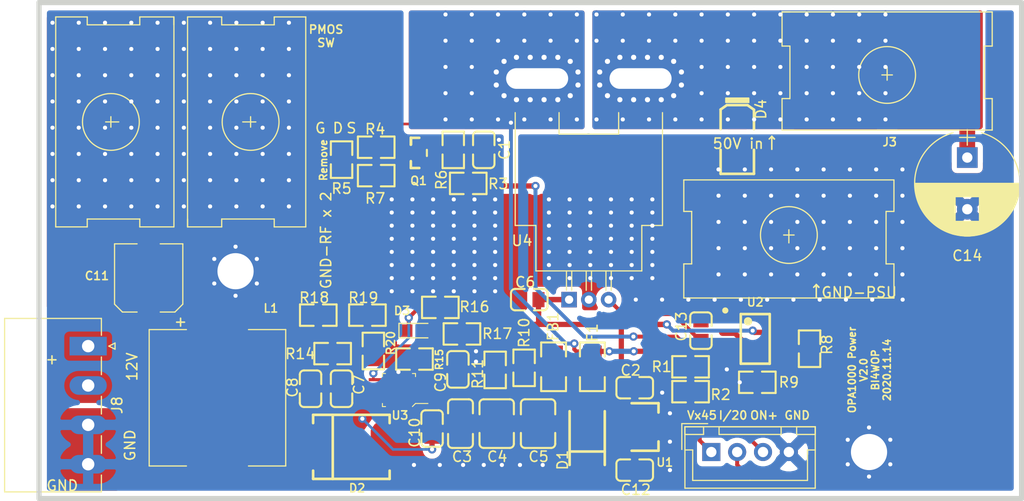
<source format=kicad_pcb>
(kicad_pcb (version 20171130) (host pcbnew "(5.1.4)-1")
  (layers (0 F.Cu signal) (31 B.Cu signal) (34 B.Paste user) (35 F.Paste user) (36 B.SilkS user) (37 F.SilkS user) (38 B.Mask user) (39 F.Mask user) (44 Edge.Cuts user))
  (net 0 "")
  (net 1 "Net-(C1-Pad2)")
  (net 2 Earth)
  (net 3 +5V)
  (net 4 "Net-(C3-Pad1)")
  (net 5 "Net-(C7-Pad1)")
  (net 6 "Net-(C8-Pad1)")
  (net 7 "Net-(C9-Pad1)")
  (net 8 "Net-(C10-Pad2)")
  (net 9 "Net-(C10-Pad1)")
  (net 10 +12V)
  (net 11 "Net-(D1-Pad1)")
  (net 12 "Net-(D3-Pad1)")
  (net 13 "Net-(D3-Pad2)")
  (net 14 50Vin)
  (net 15 PWR_on)
  (net 16 Im_sense)
  (net 17 Vm_sense)
  (net 18 "Net-(Q1-Pad3)")
  (net 19 50Vout)
  (net 20 "Net-(Q2-Pad1)")
  (net 21 "Net-(R8-Pad2)")
  (net 22 "Net-(R10-Pad2)")
  (net 23 "Net-(R15-Pad1)")
  (net 24 "Net-(R18-Pad2)")
  (net 25 "Net-(R19-Pad2)")
  (net 26 "Net-(U2-Pad8)")
  (net 27 "Net-(U2-Pad5)")
  (net 28 "Net-(U2-Pad1)")
  (net 29 VImain)
  (net 30 "Net-(C14-Pad1)")
  (module lc_lib:SMAF_S5 (layer F.Cu) (at 87.5 33.25 270)
    (fp_text reference D4 (at -2.925219 -2.301276 90) (layer F.SilkS))
    (fp_text value D_TVS)
    (pad 2 smd rect (at -2 0 180) (size 1.8 2) (layers F.Cu F.Paste F.Mask) (net 30 "Net-(C14-Pad1)"))
    (pad 1 smd rect (at 2 0 180) (size 1.8 2) (layers F.Cu F.Paste F.Mask) (net 2 Earth))
  )
  (module lc_lib:LL-41 (layer F.Cu) (at 73 62.15 90)
    (fp_text reference D1 (at -2.125219 -2.376276 90) (layer F.SilkS))
    (fp_text value "ZMM4758 56V")
    (pad 2 smd rect (at -2.4 0 270) (size 1.5 2.8) (layers F.Cu F.Paste F.Mask) (net 2 Earth))
    (pad 1 smd rect (at 2.4 0 270) (size 1.5 2.8) (layers F.Cu F.Paste F.Mask) (net 11 "Net-(D1-Pad1)"))
  )
  (module Capacitors_THT:CP_Radial_D10.0mm_P5.00mm (layer F.Cu) (at 109.75 35 270)
    (fp_text reference C14 (at 9.5 0 180) (layer F.SilkS))
    (fp_text value "100uF 100V")
    (pad 2 thru_hole circle (at 5 0 270) (size 2 2) (drill 1) (layers *.Cu *.Mask) (net 2 Earth) (thermal_gap 1))
    (pad 1 thru_hole rect (at 0 0 270) (size 2 2) (drill 1) (layers *.Cu *.Mask) (net 30 "Net-(C14-Pad1)"))
  )
  (module lc_lib:0805_R (layer F.Cu) (at 52.324 53.721 270)
    (fp_text reference R20 (at -0.771 -1.684276 90) (layer F.SilkS) (effects (font (size 0.8 0.8))))
    (fp_text value 10K)
    (pad 2 smd rect (at 0.89 0 270) (size 1.16 1.47) (layers F.Cu F.Paste F.Mask) (net 2 Earth))
    (pad 1 smd rect (at -0.89 0 270) (size 1.16 1.47) (layers F.Cu F.Paste F.Mask) (net 25 "Net-(R19-Pad2)"))
  )
  (module lc_lib:0805_R (layer F.Cu) (at 51.75 50.25)
    (fp_text reference R19 (at -0.393619 -1.684276) (layer F.SilkS))
    (fp_text value 33K)
    (pad 2 smd rect (at 0.89 0) (size 1.16 1.47) (layers F.Cu F.Paste F.Mask) (net 25 "Net-(R19-Pad2)"))
    (pad 1 smd rect (at -0.89 0) (size 1.16 1.47) (layers F.Cu F.Paste F.Mask) (net 24 "Net-(R18-Pad2)"))
  )
  (module lc_lib:0805_R (layer F.Cu) (at 47 50.25)
    (fp_text reference R18 (at -0.393619 -1.684276) (layer F.SilkS))
    (fp_text value 100K)
    (pad 2 smd rect (at 0.89 0) (size 1.16 1.47) (layers F.Cu F.Paste F.Mask) (net 24 "Net-(R18-Pad2)"))
    (pad 1 smd rect (at -0.89 0) (size 1.16 1.47) (layers F.Cu F.Paste F.Mask) (net 10 +12V))
  )
  (module lc_lib:0805_R (layer F.Cu) (at 60.89 52.07)
    (fp_text reference R17 (at 3.41 -0.02) (layer F.SilkS))
    (fp_text value 1K)
    (pad 2 smd rect (at 0.89 0) (size 1.16 1.47) (layers F.Cu F.Paste F.Mask) (net 3 +5V))
    (pad 1 smd rect (at -0.89 0) (size 1.16 1.47) (layers F.Cu F.Paste F.Mask) (net 13 "Net-(D3-Pad2)"))
  )
  (module lc_lib:0805_R (layer F.Cu) (at 58.8 49.5 180)
    (fp_text reference R16 (at -3.3 0.05) (layer F.SilkS))
    (fp_text value 10K)
    (pad 2 smd rect (at 0.89 0 180) (size 1.16 1.47) (layers F.Cu F.Paste F.Mask) (net 12 "Net-(D3-Pad1)"))
    (pad 1 smd rect (at -0.89 0 180) (size 1.16 1.47) (layers F.Cu F.Paste F.Mask) (net 3 +5V))
  )
  (module lc_lib:0805_R (layer F.Cu) (at 56.3 54.5 180)
    (fp_text reference R15 (at -2.4 -0.05 90) (layer F.SilkS) (effects (font (size 0.7 0.7))))
    (fp_text value 330K)
    (pad 2 smd rect (at 0.89 0 180) (size 1.16 1.47) (layers F.Cu F.Paste F.Mask) (net 2 Earth))
    (pad 1 smd rect (at -0.89 0 180) (size 1.16 1.47) (layers F.Cu F.Paste F.Mask) (net 23 "Net-(R15-Pad1)"))
  )
  (module lc_lib:0805_R (layer F.Cu) (at 48.387 53.975 180)
    (fp_text reference R14 (at 3.137 -0.025) (layer F.SilkS))
    (fp_text value 100K)
    (pad 2 smd rect (at 0.89 0 180) (size 1.16 1.47) (layers F.Cu F.Paste F.Mask) (net 6 "Net-(C8-Pad1)"))
    (pad 1 smd rect (at -0.89 0 180) (size 1.16 1.47) (layers F.Cu F.Paste F.Mask) (net 5 "Net-(C7-Pad1)"))
  )
  (module lc_lib:0805_R (layer F.Cu) (at 64.1 55.55 90)
    (fp_text reference R11 (at -0.393619 -1.684276 90) (layer F.SilkS))
    (fp_text value 3.3K)
    (pad 2 smd rect (at 0.89 0 90) (size 1.16 1.47) (layers F.Cu F.Paste F.Mask) (net 2 Earth))
    (pad 1 smd rect (at -0.89 0 90) (size 1.16 1.47) (layers F.Cu F.Paste F.Mask) (net 22 "Net-(R10-Pad2)"))
  )
  (module lc_lib:0805_R (layer F.Cu) (at 66.9 55.35 90)
    (fp_text reference R10 (at 3.4 0 90) (layer F.SilkS))
    (fp_text value 100K)
    (pad 2 smd rect (at 0.89 0 90) (size 1.16 1.47) (layers F.Cu F.Paste F.Mask) (net 22 "Net-(R10-Pad2)"))
    (pad 1 smd rect (at -0.89 0 90) (size 1.16 1.47) (layers F.Cu F.Paste F.Mask) (net 4 "Net-(C3-Pad1)"))
  )
  (module lc_lib:0805_R (layer F.Cu) (at 89.45 56.75)
    (fp_text reference R9 (at 3.05 0) (layer F.SilkS))
    (fp_text value 1M)
    (pad 2 smd rect (at 0.89 0) (size 1.16 1.47) (layers F.Cu F.Paste F.Mask) (net 21 "Net-(R8-Pad2)"))
    (pad 1 smd rect (at -0.89 0) (size 1.16 1.47) (layers F.Cu F.Paste F.Mask) (net 2 Earth))
  )
  (module lc_lib:0805_R (layer F.Cu) (at 94.5 53.5 270)
    (fp_text reference R8 (at -0.393619 -1.684276 90) (layer F.SilkS))
    (fp_text value 0)
    (pad 2 smd rect (at 0.89 0 270) (size 1.16 1.47) (layers F.Cu F.Paste F.Mask) (net 21 "Net-(R8-Pad2)"))
    (pad 1 smd rect (at -0.89 0 270) (size 1.16 1.47) (layers F.Cu F.Paste F.Mask) (net 16 Im_sense))
  )
  (module lc_lib:0805_R (layer F.Cu) (at 52.6 36.75)
    (fp_text reference R7 (at -0.1 2.2) (layer F.SilkS))
    (fp_text value 33k)
    (pad 2 smd rect (at 0.89 0) (size 1.16 1.47) (layers F.Cu F.Paste F.Mask) (net 18 "Net-(Q1-Pad3)"))
    (pad 1 smd rect (at -0.89 0) (size 1.16 1.47) (layers F.Cu F.Paste F.Mask) (net 20 "Net-(Q2-Pad1)"))
  )
  (module lc_lib:0805_R (layer F.Cu) (at 60.05 34.25 270)
    (fp_text reference R6 (at 2.9 1.15 90) (layer F.SilkS))
    (fp_text value R_Small)
    (pad 2 smd rect (at 0.89 0 270) (size 1.16 1.47) (layers F.Cu F.Paste F.Mask) (net 1 "Net-(C1-Pad2)"))
    (pad 1 smd rect (at -0.89 0 270) (size 1.16 1.47) (layers F.Cu F.Paste F.Mask) (net 2 Earth))
  )
  (module lc_lib:0805_R (layer F.Cu) (at 49.25 35.2 270)
    (fp_text reference R5 (at 2.8 0 180) (layer F.SilkS))
    (fp_text value 100K)
    (pad 2 smd rect (at 0.89 0 270) (size 1.16 1.47) (layers F.Cu F.Paste F.Mask) (net 1 "Net-(C1-Pad2)"))
    (pad 1 smd rect (at -0.89 0 270) (size 1.16 1.47) (layers F.Cu F.Paste F.Mask) (net 20 "Net-(Q2-Pad1)"))
  )
  (module lc_lib:0805_R (layer F.Cu) (at 52.6 34 180)
    (fp_text reference R4 (at 0.1 1.75) (layer F.SilkS))
    (fp_text value 10k)
    (pad 2 smd rect (at 0.89 0 180) (size 1.16 1.47) (layers F.Cu F.Paste F.Mask) (net 20 "Net-(Q2-Pad1)"))
    (pad 1 smd rect (at -0.89 0 180) (size 1.16 1.47) (layers F.Cu F.Paste F.Mask) (net 14 50Vin))
  )
  (module lc_lib:0805_R (layer F.Cu) (at 61.5 37.5)
    (fp_text reference R3 (at 2.9 0.05) (layer F.SilkS))
    (fp_text value 10K)
    (pad 2 smd rect (at 0.89 0) (size 1.16 1.47) (layers F.Cu F.Paste F.Mask) (net 15 PWR_on))
    (pad 1 smd rect (at -0.89 0) (size 1.16 1.47) (layers F.Cu F.Paste F.Mask) (net 1 "Net-(C1-Pad2)"))
  )
  (module lc_lib:0805_R (layer F.Cu) (at 82.994 57.658 180)
    (fp_text reference R2 (at -2.906 -0.292) (layer F.SilkS))
    (fp_text value 2.2K)
    (pad 2 smd rect (at 0.89 0 180) (size 1.16 1.47) (layers F.Cu F.Paste F.Mask) (net 2 Earth))
    (pad 1 smd rect (at -0.89 0 180) (size 1.16 1.47) (layers F.Cu F.Paste F.Mask) (net 17 Vm_sense))
  )
  (module lc_lib:0805_R (layer F.Cu) (at 82.994 55.25)
    (fp_text reference R1 (at -2.794 0) (layer F.SilkS))
    (fp_text value 47K)
    (pad 2 smd rect (at 0.89 0) (size 1.16 1.47) (layers F.Cu F.Paste F.Mask) (net 17 Vm_sense))
    (pad 1 smd rect (at -0.89 0) (size 1.16 1.47) (layers F.Cu F.Paste F.Mask) (net 14 50Vin))
  )
  (module lc_lib:1206_R (layer F.Cu) (at 69.75 55.25 270)
    (fp_text reference FB1 (at -3.9 0.05 90) (layer F.SilkS))
    (fp_text value 1K)
    (pad 2 smd rect (at 1.49 0 270) (size 1.13 1.8) (layers F.Cu F.Paste F.Mask) (net 11 "Net-(D1-Pad1)"))
    (pad 1 smd rect (at -1.49 0 270) (size 1.13 1.8) (layers F.Cu F.Paste F.Mask) (net 4 "Net-(C3-Pad1)"))
  )
  (module lc_lib:1206_R (layer F.Cu) (at 73.5 55.25 90)
    (fp_text reference F1 (at 3.3 0 90) (layer F.SilkS))
    (fp_text value 500mA)
    (pad 2 smd rect (at 1.49 0 90) (size 1.13 1.8) (layers F.Cu F.Paste F.Mask) (net 14 50Vin))
    (pad 1 smd rect (at -1.49 0 90) (size 1.13 1.8) (layers F.Cu F.Paste F.Mask) (net 11 "Net-(D1-Pad1)"))
  )
  (module lc_lib:1210_C (layer F.Cu) (at 68.25 60.75 270)
    (fp_text reference C5 (at 3.2 -0.05 180) (layer F.SilkS))
    (fp_text value "100V 4.7uF")
    (pad 2 smd rect (at 1.475 0 270) (size 1.16 2.72) (layers F.Cu F.Paste F.Mask) (net 2 Earth))
    (pad 1 smd rect (at -1.475 0 270) (size 1.16 2.72) (layers F.Cu F.Paste F.Mask) (net 4 "Net-(C3-Pad1)"))
  )
  (module lc_lib:1210_C (layer F.Cu) (at 64.25 60.75 270)
    (fp_text reference C4 (at 3.2 -0.05 180) (layer F.SilkS))
    (fp_text value "100V 4.7uF")
    (pad 2 smd rect (at 1.475 0 270) (size 1.16 2.72) (layers F.Cu F.Paste F.Mask) (net 2 Earth))
    (pad 1 smd rect (at -1.475 0 270) (size 1.16 2.72) (layers F.Cu F.Paste F.Mask) (net 4 "Net-(C3-Pad1)"))
  )
  (module lc_lib:1206_C (layer F.Cu) (at 60.75 60.75 270)
    (fp_text reference C3 (at 3.2 -0.15 180) (layer F.SilkS))
    (fp_text value "104 100V")
    (pad 2 smd rect (at 1.49 0 270) (size 1.13 1.8) (layers F.Cu F.Paste F.Mask) (net 2 Earth))
    (pad 1 smd rect (at -1.49 0 270) (size 1.13 1.8) (layers F.Cu F.Paste F.Mask) (net 4 "Net-(C3-Pad1)"))
  )
  (module lc_lib:0805_C (layer F.Cu) (at 84 51.75 270)
    (fp_text reference C13 (at -0.4 1.9 90) (layer F.SilkS))
    (fp_text value 103)
    (pad 2 smd rect (at 0.89 0 270) (size 1.16 1.47) (layers F.Cu F.Paste F.Mask) (net 29 VImain))
    (pad 1 smd rect (at -0.89 0 270) (size 1.16 1.47) (layers F.Cu F.Paste F.Mask) (net 2 Earth))
  )
  (module lc_lib:0805_C (layer F.Cu) (at 77.595 65.25)
    (fp_text reference C12 (at 0.105 1.9) (layer F.SilkS))
    (fp_text value 1uF)
    (pad 2 smd rect (at 0.89 0) (size 1.16 1.47) (layers F.Cu F.Paste F.Mask) (net 2 Earth))
    (pad 1 smd rect (at -0.89 0) (size 1.16 1.47) (layers F.Cu F.Paste F.Mask) (net 10 +12V))
  )
  (module lc_lib:0805_C (layer F.Cu) (at 58 61.23 90)
    (fp_text reference C10 (at -0.393619 -1.684276 90) (layer F.SilkS))
    (fp_text value 104)
    (pad 2 smd rect (at 0.89 0 90) (size 1.16 1.47) (layers F.Cu F.Paste F.Mask) (net 8 "Net-(C10-Pad2)"))
    (pad 1 smd rect (at -0.89 0 90) (size 1.16 1.47) (layers F.Cu F.Paste F.Mask) (net 9 "Net-(C10-Pad1)"))
  )
  (module lc_lib:0805_C (layer F.Cu) (at 60.5 55.5 90)
    (fp_text reference C9 (at -1.25 -1.684276 90) (layer F.SilkS))
    (fp_text value 10nF)
    (pad 2 smd rect (at 0.89 0 90) (size 1.16 1.47) (layers F.Cu F.Paste F.Mask) (net 2 Earth))
    (pad 1 smd rect (at -0.89 0 90) (size 1.16 1.47) (layers F.Cu F.Paste F.Mask) (net 7 "Net-(C9-Pad1)"))
  )
  (module lc_lib:0805_C (layer F.Cu) (at 46.25 57.373 270)
    (fp_text reference C8 (at -0.123 1.75 90) (layer F.SilkS))
    (fp_text value "3.3nF NP0")
    (pad 2 smd rect (at 0.89 0 270) (size 1.16 1.47) (layers F.Cu F.Paste F.Mask) (net 2 Earth))
    (pad 1 smd rect (at -0.89 0 270) (size 1.16 1.47) (layers F.Cu F.Paste F.Mask) (net 6 "Net-(C8-Pad1)"))
  )
  (module lc_lib:0805_C (layer F.Cu) (at 49.25 57.373 270)
    (fp_text reference C7 (at -0.393619 -1.684276 90) (layer F.SilkS))
    (fp_text value "6.8pF NP0")
    (pad 2 smd rect (at 0.89 0 270) (size 1.16 1.47) (layers F.Cu F.Paste F.Mask) (net 2 Earth))
    (pad 1 smd rect (at -0.89 0 270) (size 1.16 1.47) (layers F.Cu F.Paste F.Mask) (net 5 "Net-(C7-Pad1)"))
  )
  (module lc_lib:0805_C (layer F.Cu) (at 67.4 48.75)
    (fp_text reference C6 (at -0.393619 -1.684276) (layer F.SilkS))
    (fp_text value 104)
    (pad 2 smd rect (at 0.89 0) (size 1.16 1.47) (layers F.Cu F.Paste F.Mask) (net 3 +5V))
    (pad 1 smd rect (at -0.89 0) (size 1.16 1.47) (layers F.Cu F.Paste F.Mask) (net 2 Earth))
  )
  (module lc_lib:0805_C (layer F.Cu) (at 77.595 57.274)
    (fp_text reference C2 (at -0.393619 -1.684276) (layer F.SilkS))
    (fp_text value 1uF)
    (pad 2 smd rect (at 0.89 0) (size 1.16 1.47) (layers F.Cu F.Paste F.Mask) (net 2 Earth))
    (pad 1 smd rect (at -0.89 0) (size 1.16 1.47) (layers F.Cu F.Paste F.Mask) (net 3 +5V))
  )
  (module lc_lib:0805_C (layer F.Cu) (at 63 34.25 270)
    (fp_text reference C1 (at 0 -2 90) (layer F.SilkS))
    (fp_text value 1nF)
    (pad 2 smd rect (at 0.89 0 270) (size 1.16 1.47) (layers F.Cu F.Paste F.Mask) (net 1 "Net-(C1-Pad2)"))
    (pad 1 smd rect (at -0.89 0 270) (size 1.16 1.47) (layers F.Cu F.Paste F.Mask) (net 2 Earth))
  )
  (module Sensor_Current:Allegro_CB_PFF (layer F.Cu) (at 71.25 48.75)
    (fp_text reference U4 (at -4.55 -5.7) (layer F.SilkS))
    (fp_text value ACS758xCB-100U-PFF)
    (pad 5 thru_hole oval (at -3.09 -21.4) (size 9 6) (drill oval 6 2) (layers *.Cu *.Mask) (net 14 50Vin))
    (pad 4 thru_hole oval (at 6.91 -21.4) (size 9 6) (drill oval 6 2) (layers *.Cu *.Mask) (net 30 "Net-(C14-Pad1)"))
    (pad 1 thru_hole rect (at 0 0) (size 1.5 1.5) (drill 0.8) (layers *.Cu *.Mask) (net 3 +5V))
    (pad 3 thru_hole circle (at 3.82 0) (size 1.5 1.5) (drill 0.8) (layers *.Cu *.Mask) (net 29 VImain))
    (pad 2 thru_hole circle (at 1.91 0) (size 1.5 1.5) (drill 0.8) (layers *.Cu *.Mask) (net 2 Earth))
    (pad 5 thru_hole oval (at 0.86 -22.03 295) (size 0.8 0.8) (drill 0.5) (layers *.Cu *.Mask) (net 14 50Vin))
    (pad 5 thru_hole oval (at 0.86 -20.77 65) (size 0.8 0.8) (drill 0.5) (layers *.Cu *.Mask) (net 14 50Vin))
    (pad 5 thru_hole circle (at 0.11 -19.74) (size 0.8 0.8) (drill 0.5) (layers *.Cu *.Mask) (net 14 50Vin))
    (pad 5 thru_hole circle (at 0.11 -23.06) (size 0.8 0.8) (drill 0.5) (layers *.Cu *.Mask) (net 14 50Vin))
    (pad 5 thru_hole circle (at -7.04 -22.03) (size 0.8 0.8) (drill 0.5) (layers *.Cu *.Mask) (net 14 50Vin))
    (pad 5 thru_hole circle (at -7.04 -20.77) (size 0.8 0.8) (drill 0.5) (layers *.Cu *.Mask) (net 14 50Vin))
    (pad 5 thru_hole circle (at -6.29 -19.74) (size 0.8 0.8) (drill 0.5) (layers *.Cu *.Mask) (net 14 50Vin))
    (pad 5 thru_hole circle (at -6.29 -23.06) (size 0.8 0.8) (drill 0.5) (layers *.Cu *.Mask) (net 14 50Vin))
    (pad 5 thru_hole circle (at -2.42 -19.35) (size 0.8 0.8) (drill 0.5) (layers *.Cu *.Mask) (net 14 50Vin))
    (pad 5 thru_hole circle (at -3.76 -19.35) (size 0.8 0.8) (drill 0.5) (layers *.Cu *.Mask) (net 14 50Vin))
    (pad 5 thru_hole circle (at -1.09 -19.35) (size 0.8 0.8) (drill 0.5) (layers *.Cu *.Mask) (net 14 50Vin))
    (pad 5 thru_hole circle (at -5.09 -19.35) (size 0.8 0.8) (drill 0.5) (layers *.Cu *.Mask) (net 14 50Vin))
    (pad 5 thru_hole circle (at -2.42 -23.45) (size 0.8 0.8) (drill 0.5) (layers *.Cu *.Mask) (net 14 50Vin))
    (pad 5 thru_hole circle (at -3.76 -23.45) (size 0.8 0.8) (drill 0.5) (layers *.Cu *.Mask) (net 14 50Vin))
    (pad 5 thru_hole circle (at -5.09 -23.45) (size 0.8 0.8) (drill 0.5) (layers *.Cu *.Mask) (net 14 50Vin))
    (pad 5 thru_hole circle (at -1.09 -23.45) (size 0.8 0.8) (drill 0.5) (layers *.Cu *.Mask) (net 14 50Vin))
    (pad 4 thru_hole circle (at 3.71 -19.74) (size 0.8 0.8) (drill 0.5) (layers *.Cu *.Mask) (net 30 "Net-(C14-Pad1)"))
    (pad 4 thru_hole circle (at 3.71 -23.06) (size 0.8 0.8) (drill 0.5) (layers *.Cu *.Mask) (net 30 "Net-(C14-Pad1)"))
    (pad 4 thru_hole oval (at 2.96 -20.77 295) (size 0.8 0.8) (drill 0.5) (layers *.Cu *.Mask) (net 30 "Net-(C14-Pad1)"))
    (pad 4 thru_hole oval (at 2.96 -22.03 65) (size 0.8 0.8) (drill 0.5) (layers *.Cu *.Mask) (net 30 "Net-(C14-Pad1)"))
    (pad 4 thru_hole circle (at 10.11 -19.74) (size 0.8 0.8) (drill 0.5) (layers *.Cu *.Mask) (net 30 "Net-(C14-Pad1)"))
    (pad 4 thru_hole circle (at 10.11 -23.06) (size 0.8 0.8) (drill 0.5) (layers *.Cu *.Mask) (net 30 "Net-(C14-Pad1)"))
    (pad 4 thru_hole circle (at 10.86 -22.03) (size 0.8 0.8) (drill 0.5) (layers *.Cu *.Mask) (net 30 "Net-(C14-Pad1)"))
    (pad 4 thru_hole circle (at 8.91 -19.35) (size 0.8 0.8) (drill 0.5) (layers *.Cu *.Mask) (net 30 "Net-(C14-Pad1)"))
    (pad 4 thru_hole circle (at 7.58 -19.35) (size 0.8 0.8) (drill 0.5) (layers *.Cu *.Mask) (net 30 "Net-(C14-Pad1)"))
    (pad 4 thru_hole circle (at 6.24 -19.35) (size 0.8 0.8) (drill 0.5) (layers *.Cu *.Mask) (net 30 "Net-(C14-Pad1)"))
    (pad 4 thru_hole circle (at 4.91 -19.35) (size 0.8 0.8) (drill 0.5) (layers *.Cu *.Mask) (net 30 "Net-(C14-Pad1)"))
    (pad 4 thru_hole circle (at 8.91 -23.45) (size 0.8 0.8) (drill 0.5) (layers *.Cu *.Mask) (net 30 "Net-(C14-Pad1)"))
    (pad 4 thru_hole circle (at 7.58 -23.45) (size 0.8 0.8) (drill 0.5) (layers *.Cu *.Mask) (net 30 "Net-(C14-Pad1)"))
    (pad 4 thru_hole circle (at 6.24 -23.45) (size 0.8 0.8) (drill 0.5) (layers *.Cu *.Mask) (net 30 "Net-(C14-Pad1)"))
    (pad 4 thru_hole circle (at 4.91 -23.45) (size 0.8 0.8) (drill 0.5) (layers *.Cu *.Mask) (net 30 "Net-(C14-Pad1)"))
    (pad 4 thru_hole circle (at 10.86 -20.77) (size 0.8 0.8) (drill 0.5) (layers *.Cu *.Mask) (net 30 "Net-(C14-Pad1)"))
  )
  (module Connectors_JST:JST_XH_B04B-XH-A_04x2.50mm_Straight (layer F.Cu) (at 85 63.5)
    (fp_text reference J5 hide)
    (fp_text value Conn_01x04)
    (pad 4 thru_hole circle (at 7.5 0) (size 1.75 1.75) (drill 1) (layers *.Cu *.Mask) (net 2 Earth))
    (pad 3 thru_hole circle (at 5 0) (size 1.75 1.75) (drill 1) (layers *.Cu *.Mask) (net 15 PWR_on))
    (pad 2 thru_hole circle (at 2.5 0) (size 1.75 1.75) (drill 1) (layers *.Cu *.Mask) (net 16 Im_sense))
    (pad 1 thru_hole rect (at 0 0) (size 1.75 1.75) (drill 1) (layers *.Cu *.Mask) (net 17 Vm_sense))
  )
  (module Connectors_Phoenix:PhoenixContact_MC-G_04x3.81mm_Angled (layer F.Cu) (at 24.75 53.25 270)
    (fp_text reference J8 (at 5.715 -2.8 90) (layer F.SilkS))
    (fp_text value Conn_01x04)
    (pad 4 thru_hole oval (at 11.43 0 270) (size 1.8 3.6) (drill 1.2) (layers *.Cu *.Mask) (net 2 Earth))
    (pad 3 thru_hole oval (at 7.62 0 270) (size 1.8 3.6) (drill 1.2) (layers *.Cu *.Mask) (net 2 Earth))
    (pad 2 thru_hole oval (at 3.81 0 270) (size 1.8 3.6) (drill 1.2) (layers *.Cu *.Mask) (net 10 +12V))
    (pad 1 thru_hole rect (at 0 0 270) (size 1.8 3.6) (drill 1.2) (layers *.Cu *.Mask) (net 10 +12V))
  )
  (module MyPCBLib:M3_Screwhole (layer F.Cu) (at 100.25 63.5)
    (fp_text reference SC2 hide)
    (fp_text value GND hide)
    (pad 1 thru_hole circle (at 2.05681 -1.1875 300) (size 0.8 0.8) (drill 0.4) (layers *.Cu *.Mask) (net 2 Earth))
    (pad 1 thru_hole circle (at 2.05681 1.1875 240) (size 0.8 0.8) (drill 0.4) (layers *.Cu *.Mask) (net 2 Earth))
    (pad 1 thru_hole circle (at 0 2.375 180) (size 0.8 0.8) (drill 0.4) (layers *.Cu *.Mask) (net 2 Earth))
    (pad 1 thru_hole circle (at -2.05681 1.1875 120) (size 0.8 0.8) (drill 0.4) (layers *.Cu *.Mask) (net 2 Earth))
    (pad 1 thru_hole circle (at -2.05681 -1.1875 60) (size 0.8 0.8) (drill 0.4) (layers *.Cu *.Mask) (net 2 Earth))
    (pad 1 thru_hole circle (at 0 -2.375) (size 0.8 0.8) (drill 0.4) (layers *.Cu *.Mask) (net 2 Earth))
    (pad 1 thru_hole circle (at 0 0) (size 6 6) (drill 3.5) (layers *.Cu *.Mask) (net 2 Earth))
  )
  (module MyPCBLib:M3_Screwhole (layer F.Cu) (at 39 46)
    (fp_text reference SC1 hide)
    (fp_text value GND hide)
    (pad 1 thru_hole circle (at 2.05681 -1.1875 300) (size 0.8 0.8) (drill 0.4) (layers *.Cu *.Mask) (net 2 Earth))
    (pad 1 thru_hole circle (at 2.05681 1.1875 240) (size 0.8 0.8) (drill 0.4) (layers *.Cu *.Mask) (net 2 Earth))
    (pad 1 thru_hole circle (at 0 2.375 180) (size 0.8 0.8) (drill 0.4) (layers *.Cu *.Mask) (net 2 Earth))
    (pad 1 thru_hole circle (at -2.05681 1.1875 120) (size 0.8 0.8) (drill 0.4) (layers *.Cu *.Mask) (net 2 Earth))
    (pad 1 thru_hole circle (at -2.05681 -1.1875 60) (size 0.8 0.8) (drill 0.4) (layers *.Cu *.Mask) (net 2 Earth))
    (pad 1 thru_hole circle (at 0 -2.375) (size 0.8 0.8) (drill 0.4) (layers *.Cu *.Mask) (net 2 Earth))
    (pad 1 thru_hole circle (at 0 0) (size 6 6) (drill 3.5) (layers *.Cu *.Mask) (net 2 Earth))
  )
  (module "lc_lib:SMC(DO-214AB)_S1" (layer F.Cu) (at 50.2 63)
    (fp_text reference D2 (at 0.55 4) (layer F.SilkS) (effects (font (size 0.8 0.8))))
    (fp_text value SK310)
    (pad 2 smd rect (at -3.5685 0 270) (size 3.81 2.794) (layers F.Cu F.Paste F.Mask) (net 9 "Net-(C10-Pad1)"))
    (pad 1 smd rect (at 3.5685 0 270) (size 3.81 2.794) (layers F.Cu F.Paste F.Mask) (net 2 Earth))
  )
  (module digikey-footprints:MSOP-10-1EP_W3mm (layer F.Cu) (at 54.8 57.500001 90)
    (fp_text reference U3 (at -2.449999 0.1) (layer F.SilkS) (effects (font (size 0.8 0.8))))
    (fp_text value TPS54160)
    (pad 11 smd rect (at 0 0 90) (size 2.38 1.65) (layers F.Cu F.Paste F.Mask) (net 2 Earth))
    (pad 10 smd rect (at -1 -2.2 90) (size 0.3 1.45) (layers F.Cu F.Paste F.Mask) (net 9 "Net-(C10-Pad1)"))
    (pad 9 smd rect (at -0.5 -2.2 90) (size 0.3 1.45) (layers F.Cu F.Paste F.Mask) (net 2 Earth))
    (pad 8 smd rect (at 0 -2.2 90) (size 0.3 1.45) (layers F.Cu F.Paste F.Mask) (net 5 "Net-(C7-Pad1)"))
    (pad 7 smd rect (at 0.5 -2.2 90) (size 0.3 1.45) (layers F.Cu F.Paste F.Mask) (net 25 "Net-(R19-Pad2)"))
    (pad 5 smd rect (at 1 2.2 90) (size 0.3 1.45) (layers F.Cu F.Paste F.Mask) (net 23 "Net-(R15-Pad1)"))
    (pad 4 smd rect (at 0.5 2.2 90) (size 0.3 1.45) (layers F.Cu F.Paste F.Mask) (net 7 "Net-(C9-Pad1)"))
    (pad 3 smd rect (at 0 2.2 90) (size 0.3 1.45) (layers F.Cu F.Paste F.Mask) (net 22 "Net-(R10-Pad2)"))
    (pad 2 smd rect (at -0.5 2.2 90) (size 0.3 1.45) (layers F.Cu F.Paste F.Mask) (net 4 "Net-(C3-Pad1)"))
    (pad 6 smd rect (at 1 -2.2 90) (size 0.3 1.45) (layers F.Cu F.Paste F.Mask) (net 12 "Net-(D3-Pad1)"))
    (pad 1 smd rect (at -1 2.2 90) (size 0.3 1.45) (layers F.Cu F.Paste F.Mask) (net 8 "Net-(C10-Pad2)"))
  )
  (module lc_lib:SOIC-8_150MIL (layer F.Cu) (at 89.25 52.55 270)
    (fp_text reference U2 (at -3.55 0 180) (layer F.SilkS) (effects (font (size 0.8 0.8))))
    (fp_text value OP07)
    (pad 8 smd oval (at -1.905 -2.6 90) (size 0.7 1.8) (layers F.Cu F.Paste F.Mask) (net 26 "Net-(U2-Pad8)"))
    (pad 7 smd oval (at -0.635 -2.6 90) (size 0.7 1.8) (layers F.Cu F.Paste F.Mask) (net 3 +5V))
    (pad 6 smd oval (at 0.635 -2.6 90) (size 0.7 1.8) (layers F.Cu F.Paste F.Mask) (net 16 Im_sense))
    (pad 5 smd oval (at 1.905 -2.6 90) (size 0.7 1.8) (layers F.Cu F.Paste F.Mask) (net 27 "Net-(U2-Pad5)"))
    (pad 4 smd oval (at 1.905 2.6 90) (size 0.7 1.8) (layers F.Cu F.Paste F.Mask) (net 2 Earth))
    (pad 3 smd oval (at 0.635 2.6 90) (size 0.7 1.8) (layers F.Cu F.Paste F.Mask) (net 29 VImain))
    (pad 2 smd oval (at -0.635 2.6 90) (size 0.7 1.8) (layers F.Cu F.Paste F.Mask) (net 21 "Net-(R8-Pad2)"))
    (pad 1 smd oval (at -1.905 2.6 90) (size 0.7 1.8) (layers F.Cu F.Paste F.Mask) (net 28 "Net-(U2-Pad1)"))
  )
  (module "lc_lib:SOT-89(SOT-89-3)" (layer F.Cu) (at 76.795 61.074 180)
    (fp_text reference U1 (at -3.705 -3.426 180) (layer F.SilkS) (effects (font (size 0.8 0.8))))
    (fp_text value L78L05_SOT89)
    (pad 3 smd oval (at 0 -1.5 90) (size 0.7 1.9) (layers F.Cu F.Paste F.Mask) (net 10 +12V))
    (pad 2 smd oval (at -2.5 0 90) (size 2 3.5) (layers F.Cu F.Paste F.Mask) (net 2 Earth))
    (pad 2 smd oval (at -0.1 0 90) (size 0.7 2.1) (layers F.Cu F.Paste F.Mask) (net 2 Earth))
    (pad 1 smd oval (at 0 1.5 90) (size 0.7 1.9) (layers F.Cu F.Paste F.Mask) (net 3 +5V))
  )
  (module MyPCBLib:TO-220-External_Thermal_Mount (layer F.Cu) (at 54 26)
    (fp_text reference Q2 hide)
    (fp_text value SUP90P06)
    (pad 3 smd rect (at 3.05 0) (size 2.5 10) (layers F.Cu F.Paste F.Mask) (net 14 50Vin))
    (pad 2 smd rect (at 0 0) (size 1.6 10) (layers F.Cu F.Paste F.Mask) (net 19 50Vout))
    (pad 1 smd rect (at -3.05 0) (size 2.5 10) (layers F.Cu F.Paste F.Mask) (net 20 "Net-(Q2-Pad1)"))
  )
  (module "lc_lib:SOT-23(SOT-23-3)" (layer F.Cu) (at 56.6 34.55)
    (fp_text reference Q1 (at 0.1 2.7 180) (layer F.SilkS) (effects (font (size 0.8 0.8))))
    (fp_text value 2N5551)
    (pad 3 smd rect (at -1.25 0 270) (size 0.7 1.25) (layers F.Cu F.Paste F.Mask) (net 18 "Net-(Q1-Pad3)"))
    (pad 2 smd rect (at 1.25 -0.95 270) (size 0.7 1.25) (layers F.Cu F.Paste F.Mask) (net 2 Earth))
    (pad 1 smd rect (at 1.25 0.95 270) (size 0.7 1.25) (layers F.Cu F.Paste F.Mask) (net 1 "Net-(C1-Pad2)"))
  )
  (module MyPCBLib:L_12.6mm_13.5mm (layer F.Cu) (at 37.25 58.25 90)
    (fp_text reference L1 (at 8.662 5.166 180) (layer F.SilkS) (effects (font (size 0.8 0.8))))
    (fp_text value "120uH 3A")
    (pad 1 smd rect (at -6 0 90) (size 3.9 5.4) (layers F.Cu F.Paste F.Mask) (net 9 "Net-(C10-Pad1)"))
    (pad 2 smd rect (at 6 0 90) (size 3.9 5.4) (layers F.Cu F.Paste F.Mask) (net 10 +12V))
  )
  (module MyPCBLib:PCB-10B-M4 (layer F.Cu) (at 27.2 31.55 270)
    (fp_text reference J7 hide)
    (fp_text value GND)
    (pad 1 connect rect (at 5 0 270) (size 8 11) (layers F.Cu F.Mask) (net 2 Earth))
    (pad 1 connect rect (at -5 0 270) (size 8 11) (layers F.Cu F.Mask) (net 2 Earth))
  )
  (module MyPCBLib:PCB-10B-M4 (layer F.Cu) (at 40.2 31.55 90)
    (fp_text reference J6 hide)
    (fp_text value GND)
    (pad 1 connect rect (at 5 0 90) (size 8 11) (layers F.Cu F.Mask) (net 2 Earth))
    (pad 1 connect rect (at -5 0 90) (size 8 11) (layers F.Cu F.Mask) (net 2 Earth))
  )
  (module MyPCBLib:PCB-10B-M4 (layer F.Cu) (at 102 26.75)
    (fp_text reference J3 (at 0.25 6.75) (layer F.SilkS) (effects (font (size 0.8 0.8))))
    (fp_text value "50V in")
    (pad 1 connect rect (at 5 0) (size 8 11) (layers F.Cu F.Mask) (net 30 "Net-(C14-Pad1)"))
    (pad 1 connect rect (at -5 0) (size 8 11) (layers F.Cu F.Mask) (net 30 "Net-(C14-Pad1)"))
  )
  (module MyPCBLib:PCB-10B-M4 (layer F.Cu) (at 92.5 42.75 180)
    (fp_text reference J1 hide)
    (fp_text value GND)
    (pad 1 connect rect (at 5 0 180) (size 8 11) (layers F.Cu F.Mask) (net 2 Earth))
    (pad 1 connect rect (at -5 0 180) (size 8 11) (layers F.Cu F.Mask) (net 2 Earth))
  )
  (module LEDs:LED_0805 (layer F.Cu) (at 56.6 51.75)
    (fp_text reference D3 (at -1.5 -1.92) (layer F.SilkS) (effects (font (size 0.8 0.8))))
    (fp_text value LED)
    (pad 1 smd rect (at -1.1 0 180) (size 1.2 1.2) (layers F.Cu F.Paste F.Mask) (net 12 "Net-(D3-Pad1)"))
    (pad 2 smd rect (at 1.1 0 180) (size 1.2 1.2) (layers F.Cu F.Paste F.Mask) (net 13 "Net-(D3-Pad2)"))
  )
  (module Capacitors_SMD:CP_Elec_6.3x5.8 (layer F.Cu) (at 30.6 46.65 90)
    (fp_text reference C11 (at 0.2 -5 180) (layer F.SilkS) (effects (font (size 0.8 0.8))))
    (fp_text value "100uF 16V")
    (fp_text user + (at -4.28 3.01 90) (layer F.SilkS))
    (pad 2 smd rect (at 2.7 0 270) (size 3.5 1.6) (layers F.Cu F.Paste F.Mask) (net 2 Earth) (thermal_gap 0.508))
    (pad 1 smd rect (at -2.7 0 270) (size 3.5 1.6) (layers F.Cu F.Paste F.Mask) (net 10 +12V))
  )
  (gr_text GND (at 28.8 62.85 90) (layer F.SilkS) (effects (font (size 1 1))))
  (gr_text D (at 48.9 32.15) (layer F.SilkS) (effects (font (size 1 1))))
  (gr_text Remove (at 47.5 35.25 90) (layer F.SilkS) (effects (font (size 0.7 0.7))))
  (gr_text "OPA1000 Power\nV2.0\nBI4WOP\n2020.11.14" (at 100.3 55.55 90) (layer F.SilkS) (effects (font (size 0.7 0.7))))
  (gr_text GND (at 93.3 59.95) (layer F.SilkS) (effects (font (size 0.8 0.8))))
  (gr_text ON+ (at 90.1 59.95) (layer F.SilkS) (effects (font (size 0.8 0.8))))
  (gr_text I/20 (at 87.1 59.95) (layer F.SilkS) (effects (font (size 0.8 0.8))))
  (gr_text Vx45 (at 84.1 59.95) (layer F.SilkS) (effects (font (size 0.8 0.8))))
  (gr_line (start 90.85 32.95) (end 91.099999 33.2) (layer F.SilkS) (width 0.15))
  (gr_line (start 90.85 33.2) (end 90.85 32.95) (layer F.SilkS) (width 0.15))
  (gr_line (start 90.85 34.2) (end 90.85 33.2) (layer F.SilkS) (width 0.15))
  (gr_line (start 91.099999 33.2) (end 90.85 32.95) (layer F.SilkS) (width 0.15))
  (gr_line (start 90.85 32.95) (end 90.6 33.200001) (layer F.SilkS) (width 0.15))
  (gr_line (start 95.15 47.3) (end 94.900001 47.55) (layer F.SilkS) (width 0.15))
  (gr_line (start 95.4 47.55) (end 95.15 47.3) (layer F.SilkS) (width 0.15))
  (gr_line (start 95.15 47.3) (end 95.4 47.55) (layer F.SilkS) (width 0.15))
  (gr_line (start 95.15 47.55) (end 95.15 47.3) (layer F.SilkS) (width 0.15))
  (gr_line (start 95.15 48.55) (end 95.15 47.55) (layer F.SilkS) (width 0.15))
  (gr_text GND-PSU (at 99.3 48.05) (layer F.SilkS) (effects (font (size 1 1))))
  (gr_text "50V in" (at 87.6 33.65) (layer F.SilkS) (effects (font (size 1 1))))
  (gr_text "PMOS\nSW" (at 47.75 23.25) (layer F.SilkS) (effects (font (size 0.8 0.8))))
  (gr_text G (at 47.2 32.15) (layer F.SilkS) (effects (font (size 1 1))))
  (gr_text S (at 50.2 32.15) (layer F.SilkS) (effects (font (size 1 1))))
  (gr_text GND (at 22.25 66.75) (layer F.SilkS) (effects (font (size 1 1))))
  (gr_text + (at 21.25 54.5) (layer F.SilkS) (effects (font (size 1 1))))
  (gr_text 12V (at 29 55.25 90) (layer F.SilkS) (effects (font (size 1 1))))
  (gr_text "GND-RF x 2" (at 47.75 43 90) (layer F.SilkS) (effects (font (size 1 1))))
  (gr_line (start 20 68) (end 20 20) (layer Edge.Cuts) (width 0.5))
  (gr_line (start 20 68) (end 115 68) (layer Edge.Cuts) (width 0.5))
  (gr_line (start 115 20) (end 115 68) (layer Edge.Cuts) (width 0.5))
  (gr_line (start 20 20) (end 115 20) (layer Edge.Cuts) (width 0.5))
  (segment (start 62.25 35.2) (end 62.32 35.27) (width 0.254) (layer F.Cu) (net 1))
  (segment (start 63 35.14) (end 60.05 35.14) (width 0.508) (layer F.Cu) (net 1))
  (segment (start 60.05 37.19) (end 60.61 37.75) (width 0.508) (layer F.Cu) (net 1))
  (segment (start 60.05 35.14) (end 60.05 37.19) (width 0.508) (layer F.Cu) (net 1))
  (segment (start 56.825 35.5) (end 57.85 35.5) (width 0.254) (layer F.Cu) (net 1))
  (segment (start 54.175 38.15) (end 56.825 35.5) (width 0.254) (layer F.Cu) (net 1))
  (segment (start 50.476 38.15) (end 54.175 38.15) (width 0.254) (layer F.Cu) (net 1))
  (segment (start 49.25 36.09) (end 49.25 36.924) (width 0.254) (layer F.Cu) (net 1))
  (segment (start 49.25 36.924) (end 50.476 38.15) (width 0.254) (layer F.Cu) (net 1))
  (segment (start 59.69 35.5) (end 60.05 35.14) (width 0.381) (layer F.Cu) (net 1))
  (segment (start 57.85 35.5) (end 59.69 35.5) (width 0.381) (layer F.Cu) (net 1))
  (via (at 85.7 36.15) (size 0.8) (drill 0.4) (layers F.Cu B.Cu) (net 2))
  (segment (start 46.393999 58.000001) (end 46.355 58.039) (width 0.254) (layer F.Cu) (net 2))
  (segment (start 52.6 58.000001) (end 46.393999 58.000001) (width 0.254) (layer F.Cu) (net 2))
  (segment (start 46.800001 58.373) (end 49.737 58.373) (width 0.508) (layer F.Cu) (net 2))
  (segment (start 59.600001 54.8) (end 59.300001 54.5) (width 0.254) (layer F.Cu) (net 2))
  (segment (start 61.55 54.8) (end 59.600001 54.8) (width 0.254) (layer F.Cu) (net 2))
  (segment (start 55.35 54.5) (end 55.35 54.2) (width 0.381) (layer F.Cu) (net 2))
  (segment (start 55.35 54.2) (end 56.093701 53.456299) (width 0.381) (layer F.Cu) (net 2))
  (segment (start 54.3 58.000001) (end 54.8 57.500001) (width 0.254) (layer F.Cu) (net 2))
  (segment (start 52.6 58.000001) (end 54.3 58.000001) (width 0.254) (layer F.Cu) (net 2))
  (segment (start 63.206 33.25) (end 63.242 33.286) (width 0.254) (layer F.Cu) (net 2))
  (segment (start 79.295 57.974) (end 78.595 57.274) (width 0.508) (layer F.Cu) (net 2))
  (segment (start 79.295 61.074) (end 79.295 57.974) (width 0.508) (layer F.Cu) (net 2))
  (segment (start 76.895 61.074) (end 79.295 61.074) (width 0.508) (layer F.Cu) (net 2))
  (segment (start 78.595 61.774) (end 79.295 61.074) (width 0.508) (layer F.Cu) (net 2))
  (segment (start 78.595 64.803) (end 78.595 61.774) (width 0.508) (layer F.Cu) (net 2))
  (segment (start 78.595 56.995) (end 78.595 57.274) (width 0.762) (layer F.Cu) (net 2))
  (segment (start 84 51) (end 84 49.75) (width 0.508) (layer F.Cu) (net 2))
  (via (at 86.5 55.5) (size 0.8) (drill 0.4) (layers F.Cu B.Cu) (net 2))
  (segment (start 86.65 54.455) (end 86.65 55.35) (width 0.508) (layer F.Cu) (net 2))
  (segment (start 86.65 55.35) (end 86.5 55.5) (width 0.508) (layer F.Cu) (net 2))
  (segment (start 73.16 48.75) (end 73.16 47.41) (width 0.508) (layer F.Cu) (net 2))
  (via (at 87.75 56.75) (size 0.8) (drill 0.4) (layers F.Cu B.Cu) (net 2))
  (segment (start 88.5 56.75) (end 87.75 56.75) (width 0.508) (layer F.Cu) (net 2))
  (via (at 80.25 57.750001) (size 0.8) (drill 0.4) (layers F.Cu B.Cu) (net 2))
  (segment (start 80.342001 57.658) (end 80.25 57.750001) (width 0.254) (layer F.Cu) (net 2))
  (segment (start 81.294 57.658) (end 80.342001 57.658) (width 0.254) (layer F.Cu) (net 2))
  (via (at 66.5 64.75) (size 0.8) (drill 0.4) (layers F.Cu B.Cu) (net 2))
  (via (at 64.75 64.75) (size 0.8) (drill 0.4) (layers F.Cu B.Cu) (net 2))
  (via (at 63 64.75) (size 0.8) (drill 0.4) (layers F.Cu B.Cu) (net 2))
  (via (at 61 64.75) (size 0.8) (drill 0.4) (layers F.Cu B.Cu) (net 2))
  (via (at 58.75 64.75) (size 0.8) (drill 0.4) (layers F.Cu B.Cu) (net 2))
  (via (at 56.25 64.75) (size 0.8) (drill 0.4) (layers F.Cu B.Cu) (net 2))
  (via (at 81 65.25) (size 0.8) (drill 0.4) (layers F.Cu B.Cu) (net 2))
  (via (at 81 59.75) (size 0.8) (drill 0.4) (layers F.Cu B.Cu) (net 2))
  (via (at 81 62.5) (size 0.8) (drill 0.4) (layers F.Cu B.Cu) (net 2))
  (segment (start 25.65 60.87) (end 24.75 60.87) (width 0.381) (layer F.Cu) (net 2))
  (segment (start 60.05 33.36) (end 63 33.36) (width 0.508) (layer F.Cu) (net 2))
  (segment (start 64.38999 33.36) (end 64.46399 33.286) (width 0.508) (layer F.Cu) (net 2))
  (segment (start 63 33.36) (end 64.38999 33.36) (width 0.508) (layer F.Cu) (net 2))
  (via (at 64.46399 33.286) (size 0.8) (drill 0.4) (layers F.Cu B.Cu) (net 2))
  (via (at 68.7 64.75) (size 0.8) (drill 0.4) (layers F.Cu B.Cu) (net 2))
  (via (at 77.7 48.75) (size 0.8) (drill 0.4) (layers F.Cu B.Cu) (net 2))
  (via (at 80.24 48.75) (size 0.8) (drill 0.4) (layers F.Cu B.Cu) (net 2))
  (via (at 82.78 48.75) (size 0.8) (drill 0.4) (layers F.Cu B.Cu) (net 2))
  (via (at 85.32 48.75) (size 0.8) (drill 0.4) (layers F.Cu B.Cu) (net 2))
  (via (at 87.86 48.75) (size 0.8) (drill 0.4) (layers F.Cu B.Cu) (net 2))
  (via (at 90.4 48.75) (size 0.8) (drill 0.4) (layers F.Cu B.Cu) (net 2))
  (via (at 92.94 48.75) (size 0.8) (drill 0.4) (layers F.Cu B.Cu) (net 2))
  (via (at 95.48 48.75) (size 0.8) (drill 0.4) (layers F.Cu B.Cu) (net 2))
  (via (at 98.02 48.75) (size 0.8) (drill 0.4) (layers F.Cu B.Cu) (net 2))
  (via (at 100.56 48.75) (size 0.8) (drill 0.4) (layers F.Cu B.Cu) (net 2))
  (via (at 88.24 36.15) (size 0.8) (drill 0.4) (layers F.Cu B.Cu) (net 2))
  (via (at 90.78 36.15) (size 0.8) (drill 0.4) (layers F.Cu B.Cu) (net 2))
  (via (at 93.32 36.15) (size 0.8) (drill 0.4) (layers F.Cu B.Cu) (net 2))
  (via (at 95.86 36.15) (size 0.8) (drill 0.4) (layers F.Cu B.Cu) (net 2))
  (via (at 98.4 36.15) (size 0.8) (drill 0.4) (layers F.Cu B.Cu) (net 2))
  (via (at 100.94 36.15) (size 0.8) (drill 0.4) (layers F.Cu B.Cu) (net 2))
  (via (at 103.48 36.15) (size 0.8) (drill 0.4) (layers F.Cu B.Cu) (net 2))
  (via (at 85.7 38.69) (size 0.8) (drill 0.4) (layers F.Cu B.Cu) (net 2))
  (via (at 88.24 38.69) (size 0.8) (drill 0.4) (layers F.Cu B.Cu) (net 2))
  (via (at 90.78 38.69) (size 0.8) (drill 0.4) (layers F.Cu B.Cu) (net 2))
  (via (at 93.32 38.69) (size 0.8) (drill 0.4) (layers F.Cu B.Cu) (net 2))
  (via (at 95.86 38.69) (size 0.8) (drill 0.4) (layers F.Cu B.Cu) (net 2))
  (via (at 98.4 38.69) (size 0.8) (drill 0.4) (layers F.Cu B.Cu) (net 2))
  (via (at 100.94 38.69) (size 0.8) (drill 0.4) (layers F.Cu B.Cu) (net 2))
  (via (at 103.48 38.69) (size 0.8) (drill 0.4) (layers F.Cu B.Cu) (net 2))
  (via (at 85.7 41.23) (size 0.8) (drill 0.4) (layers F.Cu B.Cu) (net 2))
  (via (at 88.24 41.23) (size 0.8) (drill 0.4) (layers F.Cu B.Cu) (net 2))
  (via (at 90.78 41.23) (size 0.8) (drill 0.4) (layers F.Cu B.Cu) (net 2))
  (via (at 93.32 41.23) (size 0.8) (drill 0.4) (layers F.Cu B.Cu) (net 2))
  (via (at 95.86 41.23) (size 0.8) (drill 0.4) (layers F.Cu B.Cu) (net 2))
  (via (at 98.4 41.23) (size 0.8) (drill 0.4) (layers F.Cu B.Cu) (net 2))
  (via (at 100.94 41.23) (size 0.8) (drill 0.4) (layers F.Cu B.Cu) (net 2))
  (via (at 103.48 41.23) (size 0.8) (drill 0.4) (layers F.Cu B.Cu) (net 2))
  (via (at 85.7 43.77) (size 0.8) (drill 0.4) (layers F.Cu B.Cu) (net 2))
  (via (at 88.24 43.77) (size 0.8) (drill 0.4) (layers F.Cu B.Cu) (net 2))
  (via (at 90.78 43.77) (size 0.8) (drill 0.4) (layers F.Cu B.Cu) (net 2))
  (via (at 93.32 43.77) (size 0.8) (drill 0.4) (layers F.Cu B.Cu) (net 2))
  (via (at 95.86 43.77) (size 0.8) (drill 0.4) (layers F.Cu B.Cu) (net 2))
  (via (at 98.4 43.77) (size 0.8) (drill 0.4) (layers F.Cu B.Cu) (net 2))
  (via (at 100.94 43.77) (size 0.8) (drill 0.4) (layers F.Cu B.Cu) (net 2))
  (via (at 103.48 43.77) (size 0.8) (drill 0.4) (layers F.Cu B.Cu) (net 2))
  (via (at 85.7 46.31) (size 0.8) (drill 0.4) (layers F.Cu B.Cu) (net 2))
  (via (at 88.24 46.31) (size 0.8) (drill 0.4) (layers F.Cu B.Cu) (net 2))
  (via (at 90.78 46.31) (size 0.8) (drill 0.4) (layers F.Cu B.Cu) (net 2))
  (via (at 93.32 46.31) (size 0.8) (drill 0.4) (layers F.Cu B.Cu) (net 2))
  (via (at 95.86 46.31) (size 0.8) (drill 0.4) (layers F.Cu B.Cu) (net 2))
  (via (at 98.4 46.31) (size 0.8) (drill 0.4) (layers F.Cu B.Cu) (net 2))
  (via (at 100.94 46.31) (size 0.8) (drill 0.4) (layers F.Cu B.Cu) (net 2))
  (via (at 103.48 46.31) (size 0.8) (drill 0.4) (layers F.Cu B.Cu) (net 2))
  (via (at 103.5 48.75) (size 0.8) (drill 0.4) (layers F.Cu B.Cu) (net 2))
  (via (at 21.3 21.95) (size 0.8) (drill 0.4) (layers F.Cu B.Cu) (net 2))
  (via (at 23.84 21.95) (size 0.8) (drill 0.4) (layers F.Cu B.Cu) (net 2))
  (via (at 26.38 21.95) (size 0.8) (drill 0.4) (layers F.Cu B.Cu) (net 2))
  (via (at 28.92 21.95) (size 0.8) (drill 0.4) (layers F.Cu B.Cu) (net 2))
  (via (at 31.46 21.95) (size 0.8) (drill 0.4) (layers F.Cu B.Cu) (net 2))
  (via (at 34 21.95) (size 0.8) (drill 0.4) (layers F.Cu B.Cu) (net 2))
  (via (at 36.54 21.95) (size 0.8) (drill 0.4) (layers F.Cu B.Cu) (net 2))
  (via (at 39.08 21.95) (size 0.8) (drill 0.4) (layers F.Cu B.Cu) (net 2))
  (via (at 41.62 21.95) (size 0.8) (drill 0.4) (layers F.Cu B.Cu) (net 2))
  (via (at 44.16 21.95) (size 0.8) (drill 0.4) (layers F.Cu B.Cu) (net 2))
  (via (at 21.3 24.49) (size 0.8) (drill 0.4) (layers F.Cu B.Cu) (net 2))
  (via (at 23.84 24.49) (size 0.8) (drill 0.4) (layers F.Cu B.Cu) (net 2))
  (via (at 26.38 24.49) (size 0.8) (drill 0.4) (layers F.Cu B.Cu) (net 2))
  (via (at 28.92 24.49) (size 0.8) (drill 0.4) (layers F.Cu B.Cu) (net 2))
  (via (at 31.46 24.49) (size 0.8) (drill 0.4) (layers F.Cu B.Cu) (net 2))
  (via (at 34 24.49) (size 0.8) (drill 0.4) (layers F.Cu B.Cu) (net 2))
  (via (at 36.54 24.49) (size 0.8) (drill 0.4) (layers F.Cu B.Cu) (net 2))
  (via (at 39.08 24.49) (size 0.8) (drill 0.4) (layers F.Cu B.Cu) (net 2))
  (via (at 41.62 24.49) (size 0.8) (drill 0.4) (layers F.Cu B.Cu) (net 2))
  (via (at 44.16 24.49) (size 0.8) (drill 0.4) (layers F.Cu B.Cu) (net 2))
  (via (at 21.3 27.03) (size 0.8) (drill 0.4) (layers F.Cu B.Cu) (net 2))
  (via (at 23.84 27.03) (size 0.8) (drill 0.4) (layers F.Cu B.Cu) (net 2))
  (via (at 26.38 27.03) (size 0.8) (drill 0.4) (layers F.Cu B.Cu) (net 2))
  (via (at 28.92 27.03) (size 0.8) (drill 0.4) (layers F.Cu B.Cu) (net 2))
  (via (at 31.46 27.03) (size 0.8) (drill 0.4) (layers F.Cu B.Cu) (net 2))
  (via (at 34 27.03) (size 0.8) (drill 0.4) (layers F.Cu B.Cu) (net 2))
  (via (at 36.54 27.03) (size 0.8) (drill 0.4) (layers F.Cu B.Cu) (net 2))
  (via (at 39.08 27.03) (size 0.8) (drill 0.4) (layers F.Cu B.Cu) (net 2))
  (via (at 41.62 27.03) (size 0.8) (drill 0.4) (layers F.Cu B.Cu) (net 2))
  (via (at 44.16 27.03) (size 0.8) (drill 0.4) (layers F.Cu B.Cu) (net 2))
  (via (at 21.3 29.57) (size 0.8) (drill 0.4) (layers F.Cu B.Cu) (net 2))
  (via (at 23.84 29.57) (size 0.8) (drill 0.4) (layers F.Cu B.Cu) (net 2))
  (via (at 26.38 29.57) (size 0.8) (drill 0.4) (layers F.Cu B.Cu) (net 2))
  (via (at 28.92 29.57) (size 0.8) (drill 0.4) (layers F.Cu B.Cu) (net 2))
  (via (at 31.46 29.57) (size 0.8) (drill 0.4) (layers F.Cu B.Cu) (net 2))
  (via (at 34 29.57) (size 0.8) (drill 0.4) (layers F.Cu B.Cu) (net 2))
  (via (at 36.54 29.57) (size 0.8) (drill 0.4) (layers F.Cu B.Cu) (net 2))
  (via (at 39.08 29.57) (size 0.8) (drill 0.4) (layers F.Cu B.Cu) (net 2))
  (via (at 41.62 29.57) (size 0.8) (drill 0.4) (layers F.Cu B.Cu) (net 2))
  (via (at 44.16 29.57) (size 0.8) (drill 0.4) (layers F.Cu B.Cu) (net 2))
  (via (at 21.3 32.11) (size 0.8) (drill 0.4) (layers F.Cu B.Cu) (net 2))
  (via (at 23.84 32.11) (size 0.8) (drill 0.4) (layers F.Cu B.Cu) (net 2))
  (via (at 26.38 32.11) (size 0.8) (drill 0.4) (layers F.Cu B.Cu) (net 2))
  (via (at 28.92 32.11) (size 0.8) (drill 0.4) (layers F.Cu B.Cu) (net 2))
  (via (at 31.46 32.11) (size 0.8) (drill 0.4) (layers F.Cu B.Cu) (net 2))
  (via (at 34 32.11) (size 0.8) (drill 0.4) (layers F.Cu B.Cu) (net 2))
  (via (at 36.54 32.11) (size 0.8) (drill 0.4) (layers F.Cu B.Cu) (net 2))
  (via (at 39.08 32.11) (size 0.8) (drill 0.4) (layers F.Cu B.Cu) (net 2))
  (via (at 41.62 32.11) (size 0.8) (drill 0.4) (layers F.Cu B.Cu) (net 2))
  (via (at 44.16 32.11) (size 0.8) (drill 0.4) (layers F.Cu B.Cu) (net 2))
  (via (at 21.3 34.65) (size 0.8) (drill 0.4) (layers F.Cu B.Cu) (net 2))
  (via (at 23.84 34.65) (size 0.8) (drill 0.4) (layers F.Cu B.Cu) (net 2))
  (via (at 26.38 34.65) (size 0.8) (drill 0.4) (layers F.Cu B.Cu) (net 2))
  (via (at 28.92 34.65) (size 0.8) (drill 0.4) (layers F.Cu B.Cu) (net 2))
  (via (at 31.46 34.65) (size 0.8) (drill 0.4) (layers F.Cu B.Cu) (net 2))
  (via (at 34 34.65) (size 0.8) (drill 0.4) (layers F.Cu B.Cu) (net 2))
  (via (at 36.54 34.65) (size 0.8) (drill 0.4) (layers F.Cu B.Cu) (net 2))
  (via (at 39.08 34.65) (size 0.8) (drill 0.4) (layers F.Cu B.Cu) (net 2))
  (via (at 41.62 34.65) (size 0.8) (drill 0.4) (layers F.Cu B.Cu) (net 2))
  (via (at 44.16 34.65) (size 0.8) (drill 0.4) (layers F.Cu B.Cu) (net 2))
  (via (at 21.3 37.19) (size 0.8) (drill 0.4) (layers F.Cu B.Cu) (net 2))
  (via (at 23.84 37.19) (size 0.8) (drill 0.4) (layers F.Cu B.Cu) (net 2))
  (via (at 26.38 37.19) (size 0.8) (drill 0.4) (layers F.Cu B.Cu) (net 2))
  (via (at 28.92 37.19) (size 0.8) (drill 0.4) (layers F.Cu B.Cu) (net 2))
  (via (at 31.46 37.19) (size 0.8) (drill 0.4) (layers F.Cu B.Cu) (net 2))
  (via (at 34 37.19) (size 0.8) (drill 0.4) (layers F.Cu B.Cu) (net 2))
  (via (at 36.54 37.19) (size 0.8) (drill 0.4) (layers F.Cu B.Cu) (net 2))
  (via (at 39.08 37.19) (size 0.8) (drill 0.4) (layers F.Cu B.Cu) (net 2))
  (via (at 41.62 37.19) (size 0.8) (drill 0.4) (layers F.Cu B.Cu) (net 2))
  (via (at 44.16 37.19) (size 0.8) (drill 0.4) (layers F.Cu B.Cu) (net 2))
  (via (at 21.3 39.73) (size 0.8) (drill 0.4) (layers F.Cu B.Cu) (net 2))
  (via (at 23.84 39.73) (size 0.8) (drill 0.4) (layers F.Cu B.Cu) (net 2))
  (via (at 26.38 39.73) (size 0.8) (drill 0.4) (layers F.Cu B.Cu) (net 2))
  (via (at 28.92 39.73) (size 0.8) (drill 0.4) (layers F.Cu B.Cu) (net 2))
  (via (at 31.46 39.73) (size 0.8) (drill 0.4) (layers F.Cu B.Cu) (net 2))
  (via (at 34 39.73) (size 0.8) (drill 0.4) (layers F.Cu B.Cu) (net 2))
  (via (at 36.54 39.73) (size 0.8) (drill 0.4) (layers F.Cu B.Cu) (net 2))
  (via (at 39.08 39.73) (size 0.8) (drill 0.4) (layers F.Cu B.Cu) (net 2))
  (via (at 41.62 39.73) (size 0.8) (drill 0.4) (layers F.Cu B.Cu) (net 2))
  (via (at 44.16 39.73) (size 0.8) (drill 0.4) (layers F.Cu B.Cu) (net 2))
  (segment (start 59.81 33.6) (end 60.05 33.36) (width 0.381) (layer F.Cu) (net 2))
  (segment (start 57.85 33.6) (end 59.81 33.6) (width 0.381) (layer F.Cu) (net 2))
  (via (at 69.3 39.05) (size 0.8) (drill 0.4) (layers F.Cu B.Cu) (net 2))
  (via (at 64.1 39.05) (size 0.8) (drill 0.4) (layers F.Cu B.Cu) (net 2))
  (via (at 71.3 39.05) (size 0.8) (drill 0.4) (layers F.Cu B.Cu) (net 2))
  (via (at 73.3 39.05) (size 0.8) (drill 0.4) (layers F.Cu B.Cu) (net 2))
  (via (at 75.3 39.05) (size 0.8) (drill 0.4) (layers F.Cu B.Cu) (net 2))
  (via (at 77.3 39.05) (size 0.8) (drill 0.4) (layers F.Cu B.Cu) (net 2))
  (via (at 79.3 39.05) (size 0.8) (drill 0.4) (layers F.Cu B.Cu) (net 2))
  (via (at 69.3 40.32) (size 0.8) (drill 0.4) (layers F.Cu B.Cu) (net 2))
  (via (at 71.3 40.32) (size 0.8) (drill 0.4) (layers F.Cu B.Cu) (net 2))
  (via (at 73.3 40.32) (size 0.8) (drill 0.4) (layers F.Cu B.Cu) (net 2))
  (via (at 75.3 40.32) (size 0.8) (drill 0.4) (layers F.Cu B.Cu) (net 2))
  (via (at 77.3 40.32) (size 0.8) (drill 0.4) (layers F.Cu B.Cu) (net 2))
  (via (at 79.3 40.32) (size 0.8) (drill 0.4) (layers F.Cu B.Cu) (net 2))
  (via (at 69.3 41.59) (size 0.8) (drill 0.4) (layers F.Cu B.Cu) (net 2))
  (via (at 71.3 41.59) (size 0.8) (drill 0.4) (layers F.Cu B.Cu) (net 2))
  (via (at 73.3 41.59) (size 0.8) (drill 0.4) (layers F.Cu B.Cu) (net 2))
  (via (at 75.3 41.59) (size 0.8) (drill 0.4) (layers F.Cu B.Cu) (net 2))
  (via (at 77.3 41.59) (size 0.8) (drill 0.4) (layers F.Cu B.Cu) (net 2))
  (via (at 79.3 41.59) (size 0.8) (drill 0.4) (layers F.Cu B.Cu) (net 2))
  (via (at 69.3 42.86) (size 0.8) (drill 0.4) (layers F.Cu B.Cu) (net 2))
  (via (at 71.3 42.86) (size 0.8) (drill 0.4) (layers F.Cu B.Cu) (net 2))
  (via (at 73.3 42.86) (size 0.8) (drill 0.4) (layers F.Cu B.Cu) (net 2))
  (via (at 75.3 42.86) (size 0.8) (drill 0.4) (layers F.Cu B.Cu) (net 2))
  (via (at 77.3 42.86) (size 0.8) (drill 0.4) (layers F.Cu B.Cu) (net 2))
  (via (at 79.3 42.86) (size 0.8) (drill 0.4) (layers F.Cu B.Cu) (net 2))
  (via (at 69.3 44.13) (size 0.8) (drill 0.4) (layers F.Cu B.Cu) (net 2))
  (via (at 71.3 44.13) (size 0.8) (drill 0.4) (layers F.Cu B.Cu) (net 2))
  (via (at 73.3 44.13) (size 0.8) (drill 0.4) (layers F.Cu B.Cu) (net 2))
  (via (at 75.3 44.13) (size 0.8) (drill 0.4) (layers F.Cu B.Cu) (net 2))
  (via (at 77.3 44.13) (size 0.8) (drill 0.4) (layers F.Cu B.Cu) (net 2))
  (via (at 79.3 44.13) (size 0.8) (drill 0.4) (layers F.Cu B.Cu) (net 2))
  (via (at 69.3 45.4) (size 0.8) (drill 0.4) (layers F.Cu B.Cu) (net 2))
  (via (at 71.3 45.4) (size 0.8) (drill 0.4) (layers F.Cu B.Cu) (net 2))
  (via (at 73.3 45.4) (size 0.8) (drill 0.4) (layers F.Cu B.Cu) (net 2))
  (via (at 75.3 45.4) (size 0.8) (drill 0.4) (layers F.Cu B.Cu) (net 2))
  (via (at 77.3 45.4) (size 0.8) (drill 0.4) (layers F.Cu B.Cu) (net 2))
  (via (at 79.3 45.4) (size 0.8) (drill 0.4) (layers F.Cu B.Cu) (net 2))
  (via (at 69.3 46.67) (size 0.8) (drill 0.4) (layers F.Cu B.Cu) (net 2))
  (via (at 71.3 46.67) (size 0.8) (drill 0.4) (layers F.Cu B.Cu) (net 2))
  (via (at 73.3 46.67) (size 0.8) (drill 0.4) (layers F.Cu B.Cu) (net 2))
  (via (at 75.3 46.67) (size 0.8) (drill 0.4) (layers F.Cu B.Cu) (net 2))
  (via (at 77.3 46.67) (size 0.8) (drill 0.4) (layers F.Cu B.Cu) (net 2))
  (via (at 79.3 46.67) (size 0.8) (drill 0.4) (layers F.Cu B.Cu) (net 2))
  (via (at 62.1 39.05) (size 0.8) (drill 0.4) (layers F.Cu B.Cu) (net 2))
  (via (at 60.1 39.05) (size 0.8) (drill 0.4) (layers F.Cu B.Cu) (net 2))
  (via (at 58.1 39.05) (size 0.8) (drill 0.4) (layers F.Cu B.Cu) (net 2))
  (via (at 56.1 39.05) (size 0.8) (drill 0.4) (layers F.Cu B.Cu) (net 2))
  (via (at 54.1 39.05) (size 0.8) (drill 0.4) (layers F.Cu B.Cu) (net 2))
  (via (at 64.1 40.32) (size 0.8) (drill 0.4) (layers F.Cu B.Cu) (net 2))
  (via (at 62.1 40.32) (size 0.8) (drill 0.4) (layers F.Cu B.Cu) (net 2))
  (via (at 60.1 40.32) (size 0.8) (drill 0.4) (layers F.Cu B.Cu) (net 2))
  (via (at 58.1 40.32) (size 0.8) (drill 0.4) (layers F.Cu B.Cu) (net 2))
  (via (at 56.1 40.32) (size 0.8) (drill 0.4) (layers F.Cu B.Cu) (net 2))
  (via (at 54.1 40.32) (size 0.8) (drill 0.4) (layers F.Cu B.Cu) (net 2))
  (via (at 64.1 41.59) (size 0.8) (drill 0.4) (layers F.Cu B.Cu) (net 2))
  (via (at 62.1 41.59) (size 0.8) (drill 0.4) (layers F.Cu B.Cu) (net 2))
  (via (at 60.1 41.59) (size 0.8) (drill 0.4) (layers F.Cu B.Cu) (net 2))
  (via (at 58.1 41.59) (size 0.8) (drill 0.4) (layers F.Cu B.Cu) (net 2))
  (via (at 56.1 41.59) (size 0.8) (drill 0.4) (layers F.Cu B.Cu) (net 2))
  (via (at 54.1 41.59) (size 0.8) (drill 0.4) (layers F.Cu B.Cu) (net 2))
  (via (at 64.1 42.86) (size 0.8) (drill 0.4) (layers F.Cu B.Cu) (net 2))
  (via (at 62.1 42.86) (size 0.8) (drill 0.4) (layers F.Cu B.Cu) (net 2))
  (via (at 60.1 42.86) (size 0.8) (drill 0.4) (layers F.Cu B.Cu) (net 2))
  (via (at 58.1 42.86) (size 0.8) (drill 0.4) (layers F.Cu B.Cu) (net 2))
  (via (at 56.1 42.86) (size 0.8) (drill 0.4) (layers F.Cu B.Cu) (net 2))
  (via (at 54.1 42.86) (size 0.8) (drill 0.4) (layers F.Cu B.Cu) (net 2))
  (via (at 64.1 44.13) (size 0.8) (drill 0.4) (layers F.Cu B.Cu) (net 2))
  (via (at 62.1 44.13) (size 0.8) (drill 0.4) (layers F.Cu B.Cu) (net 2))
  (via (at 60.1 44.13) (size 0.8) (drill 0.4) (layers F.Cu B.Cu) (net 2))
  (via (at 58.1 44.13) (size 0.8) (drill 0.4) (layers F.Cu B.Cu) (net 2))
  (via (at 56.1 44.13) (size 0.8) (drill 0.4) (layers F.Cu B.Cu) (net 2))
  (via (at 54.1 44.13) (size 0.8) (drill 0.4) (layers F.Cu B.Cu) (net 2))
  (via (at 64.1 45.4) (size 0.8) (drill 0.4) (layers F.Cu B.Cu) (net 2))
  (via (at 62.1 45.4) (size 0.8) (drill 0.4) (layers F.Cu B.Cu) (net 2))
  (via (at 60.1 45.4) (size 0.8) (drill 0.4) (layers F.Cu B.Cu) (net 2))
  (via (at 58.1 45.4) (size 0.8) (drill 0.4) (layers F.Cu B.Cu) (net 2))
  (via (at 56.1 45.4) (size 0.8) (drill 0.4) (layers F.Cu B.Cu) (net 2))
  (via (at 54.1 45.4) (size 0.8) (drill 0.4) (layers F.Cu B.Cu) (net 2))
  (via (at 64.1 46.67) (size 0.8) (drill 0.4) (layers F.Cu B.Cu) (net 2))
  (via (at 62.1 46.67) (size 0.8) (drill 0.4) (layers F.Cu B.Cu) (net 2))
  (via (at 60.1 46.67) (size 0.8) (drill 0.4) (layers F.Cu B.Cu) (net 2))
  (via (at 58.1 46.67) (size 0.8) (drill 0.4) (layers F.Cu B.Cu) (net 2))
  (via (at 56.1 46.67) (size 0.8) (drill 0.4) (layers F.Cu B.Cu) (net 2))
  (via (at 54.1 46.67) (size 0.8) (drill 0.4) (layers F.Cu B.Cu) (net 2))
  (via (at 64.1 47.94) (size 0.8) (drill 0.4) (layers F.Cu B.Cu) (net 2))
  (via (at 62.1 47.94) (size 0.8) (drill 0.4) (layers F.Cu B.Cu) (net 2))
  (via (at 60.1 47.94) (size 0.8) (drill 0.4) (layers F.Cu B.Cu) (net 2))
  (via (at 58.1 47.94) (size 0.8) (drill 0.4) (layers F.Cu B.Cu) (net 2))
  (via (at 56.1 47.94) (size 0.8) (drill 0.4) (layers F.Cu B.Cu) (net 2))
  (via (at 54.1 47.94) (size 0.8) (drill 0.4) (layers F.Cu B.Cu) (net 2))
  (via (at 62.25 53.75) (size 0.8) (drill 0.4) (layers F.Cu B.Cu) (net 2))
  (via (at 62.25 54.75) (size 0.8) (drill 0.4) (layers F.Cu B.Cu) (net 2))
  (via (at 54.75 55.75) (size 0.8) (drill 0.4) (layers F.Cu B.Cu) (net 2))
  (segment (start 76.595 59.374) (end 76.795 59.574) (width 0.381) (layer F.Cu) (net 3))
  (segment (start 76.595 57.274) (end 76.595 59.374) (width 0.381) (layer F.Cu) (net 3))
  (segment (start 76.591992 57.270992) (end 76.595 57.274) (width 0.381) (layer F.Cu) (net 3))
  (segment (start 69.25 48.75) (end 71.25 48.75) (width 0.508) (layer F.Cu) (net 3))
  (via (at 89 51.75) (size 0.8) (drill 0.4) (layers F.Cu B.Cu) (net 3))
  (segment (start 91.85 51.915) (end 89.165 51.915) (width 0.508) (layer F.Cu) (net 3))
  (segment (start 89.165 51.915) (end 89 51.75) (width 0.508) (layer F.Cu) (net 3))
  (segment (start 61.29 51.1) (end 61.29 52.07) (width 0.381) (layer F.Cu) (net 3))
  (segment (start 59.69 49.5) (end 61.29 51.1) (width 0.381) (layer F.Cu) (net 3))
  (segment (start 81.3 51.75) (end 81.099999 51.549999) (width 0.381) (layer B.Cu) (net 3))
  (segment (start 81.099999 51.549999) (end 80.7 51.15) (width 0.381) (layer B.Cu) (net 3))
  (segment (start 76.934315 51.15) (end 80.7 51.15) (width 0.508) (layer F.Cu) (net 3))
  (via (at 80.7 51.15) (size 0.8) (drill 0.4) (layers F.Cu B.Cu) (net 3))
  (segment (start 89 51.75) (end 81.3 51.75) (width 0.381) (layer B.Cu) (net 3))
  (segment (start 76.3 55.626) (end 76.3 57.35) (width 0.508) (layer F.Cu) (net 3))
  (segment (start 76.3 51.15) (end 76.934315 51.15) (width 0.508) (layer F.Cu) (net 3))
  (segment (start 76.3 51.15) (end 76.3 55.626) (width 0.508) (layer F.Cu) (net 3))
  (segment (start 62.868 52.07) (end 61.78 52.07) (width 0.508) (layer F.Cu) (net 3))
  (segment (start 67.063 52.07) (end 62.868 52.07) (width 0.508) (layer F.Cu) (net 3))
  (segment (start 67.983 51.15) (end 67.063 52.07) (width 0.508) (layer F.Cu) (net 3))
  (segment (start 80.7 51.15) (end 69.1 51.15) (width 0.508) (layer F.Cu) (net 3))
  (segment (start 71.25 48.75) (end 68.29 48.75) (width 0.508) (layer F.Cu) (net 3))
  (segment (start 68.3 50.003) (end 68.3 51.15) (width 0.508) (layer F.Cu) (net 3))
  (segment (start 68.29 49.993) (end 68.3 50.003) (width 0.508) (layer F.Cu) (net 3))
  (segment (start 68.29 48.75) (end 68.29 49.993) (width 0.508) (layer F.Cu) (net 3))
  (segment (start 69.1 51.15) (end 68.3 51.15) (width 0.508) (layer F.Cu) (net 3))
  (segment (start 68.3 51.15) (end 67.983 51.15) (width 0.508) (layer F.Cu) (net 3))
  (segment (start 68.235 59.26) (end 68.25 59.275) (width 0.508) (layer F.Cu) (net 4))
  (segment (start 59.150001 58.000001) (end 60.3 59.15) (width 0.25) (layer F.Cu) (net 4))
  (segment (start 57 58.000001) (end 59.150001 58.000001) (width 0.25) (layer F.Cu) (net 4))
  (segment (start 66.9 59.17) (end 66.81 59.26) (width 0.381) (layer F.Cu) (net 4))
  (segment (start 66.9 56.24) (end 66.9 59.17) (width 0.381) (layer F.Cu) (net 4))
  (segment (start 60.25 59.26) (end 66.81 59.26) (width 0.508) (layer F.Cu) (net 4))
  (segment (start 66.81 59.26) (end 68.235 59.26) (width 0.508) (layer F.Cu) (net 4))
  (segment (start 69.535 53.76) (end 69.75 53.76) (width 0.381) (layer F.Cu) (net 4))
  (segment (start 67.055 56.24) (end 69.535 53.76) (width 0.381) (layer F.Cu) (net 4))
  (segment (start 66.9 56.24) (end 67.055 56.24) (width 0.381) (layer F.Cu) (net 4))
  (segment (start 66.9 56.24) (end 66.9 59.15) (width 0.508) (layer F.Cu) (net 4))
  (segment (start 49.337 55.926) (end 49.784 56.373) (width 0.508) (layer F.Cu) (net 5))
  (segment (start 49.337 53.975) (end 49.337 55.926) (width 0.508) (layer F.Cu) (net 5))
  (segment (start 49.405 56.483) (end 49.25 56.483) (width 0.25) (layer F.Cu) (net 5))
  (segment (start 50.422001 57.500001) (end 49.405 56.483) (width 0.25) (layer F.Cu) (net 5))
  (segment (start 52.6 57.500001) (end 50.422001 57.500001) (width 0.25) (layer F.Cu) (net 5))
  (segment (start 46.25 55.222) (end 47.497 53.975) (width 0.381) (layer F.Cu) (net 6))
  (segment (start 46.25 56.483) (end 46.25 55.222) (width 0.381) (layer F.Cu) (net 6))
  (segment (start 59.889999 57.000001) (end 60.5 56.39) (width 0.25) (layer F.Cu) (net 7))
  (segment (start 57 57.000001) (end 59.889999 57.000001) (width 0.25) (layer F.Cu) (net 7))
  (segment (start 57.575 58.500001) (end 57 58.500001) (width 0.254) (layer F.Cu) (net 8))
  (segment (start 58 58.925001) (end 57.575 58.500001) (width 0.254) (layer F.Cu) (net 8))
  (segment (start 58 60.34) (end 58 58.925001) (width 0.254) (layer F.Cu) (net 8))
  (segment (start 52.6 58.9365) (end 52.6 58.607202) (width 0.508) (layer F.Cu) (net 9))
  (segment (start 46.6315 63) (end 48.5365 63) (width 0.508) (layer F.Cu) (net 9))
  (segment (start 48.5365 63) (end 52.6 58.9365) (width 0.508) (layer F.Cu) (net 9))
  (via (at 51.259748 60.276752) (size 0.8) (drill 0.4) (layers F.Cu B.Cu) (net 9))
  (segment (start 52.6 58.9365) (end 51.259748 60.276752) (width 0.254) (layer F.Cu) (net 9))
  (segment (start 57.434315 63.246) (end 58 63.246) (width 0.254) (layer B.Cu) (net 9))
  (segment (start 54.228996 63.246) (end 57.434315 63.246) (width 0.254) (layer B.Cu) (net 9))
  (segment (start 51.259748 60.276752) (end 54.228996 63.246) (width 0.254) (layer B.Cu) (net 9))
  (via (at 58 63.246) (size 0.8) (drill 0.4) (layers F.Cu B.Cu) (net 9))
  (segment (start 58 63.246) (end 58 62.12) (width 0.508) (layer F.Cu) (net 9))
  (segment (start 37.26 52.5) (end 37.465 52.705) (width 0.508) (layer F.Cu) (net 10))
  (segment (start 76.595 62.774) (end 76.795 62.574) (width 0.508) (layer F.Cu) (net 10))
  (segment (start 76.595 64.802999) (end 76.595 62.774) (width 0.508) (layer F.Cu) (net 10))
  (segment (start 39.682 51.25) (end 39.624 51.308) (width 0.508) (layer F.Cu) (net 10))
  (segment (start 29.25 52.081) (end 29.25 52.5) (width 0.381) (layer F.Cu) (net 10))
  (segment (start 28.75 51.581) (end 29.25 52.081) (width 0.381) (layer F.Cu) (net 10))
  (segment (start 26.75 58.5) (end 28.75 58.5) (width 0.381) (layer F.Cu) (net 10))
  (segment (start 28.75 58.5) (end 29.25 59) (width 0.381) (layer F.Cu) (net 10))
  (segment (start 29.25 59) (end 29.25 65.5) (width 0.381) (layer F.Cu) (net 10))
  (segment (start 29.25 65.5) (end 30.75 67) (width 0.381) (layer F.Cu) (net 10))
  (segment (start 76.595 64.928) (end 76.595 64.803) (width 0.381) (layer F.Cu) (net 10))
  (segment (start 76.705 65.405) (end 75.11 67) (width 0.381) (layer F.Cu) (net 10))
  (segment (start 76.705 65.25) (end 76.705 65.405) (width 0.381) (layer F.Cu) (net 10))
  (segment (start 30.75 67) (end 70 67) (width 0.381) (layer F.Cu) (net 10))
  (segment (start 42.5 50.25) (end 46.11 50.25) (width 0.508) (layer F.Cu) (net 10))
  (segment (start 41.5 51.25) (end 42.5 50.25) (width 0.508) (layer F.Cu) (net 10))
  (segment (start 41.5 51.25) (end 39.682 51.25) (width 0.508) (layer F.Cu) (net 10))
  (segment (start 71.55 67) (end 75.11 67) (width 0.381) (layer F.Cu) (net 10))
  (segment (start 71.86 67) (end 71.55 67) (width 0.381) (layer F.Cu) (net 10))
  (segment (start 71.55 67) (end 70 67) (width 0.381) (layer F.Cu) (net 10))
  (segment (start 30.45 51.758) (end 30.45 52.5) (width 0.508) (layer F.Cu) (net 10))
  (segment (start 30.6 51.608) (end 30.45 51.758) (width 0.508) (layer F.Cu) (net 10))
  (segment (start 30.6 49.35) (end 30.6 51.608) (width 0.508) (layer F.Cu) (net 10))
  (segment (start 29.25 52.5) (end 30.45 52.5) (width 0.508) (layer F.Cu) (net 10))
  (segment (start 30.45 52.5) (end 37.26 52.5) (width 0.508) (layer F.Cu) (net 10))
  (segment (start 69.75 56.74) (end 73.5 56.74) (width 0.508) (layer F.Cu) (net 11))
  (segment (start 73 57.24) (end 73.5 56.74) (width 0.508) (layer F.Cu) (net 11))
  (segment (start 73 59.79) (end 73 57.24) (width 0.508) (layer F.Cu) (net 11))
  (via (at 52.324 55.880012) (size 0.8) (drill 0.4) (layers F.Cu B.Cu) (net 12))
  (segment (start 52.324 55.880012) (end 52.324 56.515) (width 0.254) (layer F.Cu) (net 12))
  (via (at 55.75 50.500012) (size 0.8) (drill 0.4) (layers F.Cu B.Cu) (net 12))
  (segment (start 55.75 51.065697) (end 55.75 50.500012) (width 0.254) (layer B.Cu) (net 12))
  (segment (start 52.324 55.880012) (end 55.75 52.454012) (width 0.254) (layer B.Cu) (net 12))
  (segment (start 55.75 52.454012) (end 55.75 51.065697) (width 0.254) (layer B.Cu) (net 12))
  (segment (start 56.750012 49.5) (end 56.149999 50.100013) (width 0.381) (layer F.Cu) (net 12))
  (segment (start 56.149999 50.100013) (end 55.75 50.500012) (width 0.381) (layer F.Cu) (net 12))
  (segment (start 57.91 49.5) (end 56.750012 49.5) (width 0.381) (layer F.Cu) (net 12))
  (segment (start 55.75 51.065697) (end 55.75 50.500012) (width 0.381) (layer F.Cu) (net 12))
  (segment (start 55.75 51.82) (end 55.75 51.065697) (width 0.381) (layer F.Cu) (net 12))
  (segment (start 55.5 52.07) (end 55.75 51.82) (width 0.381) (layer F.Cu) (net 12))
  (segment (start 57.7 52.07) (end 59.45 52.07) (width 0.254) (layer F.Cu) (net 13))
  (via (at 71.75 53) (size 0.8) (drill 0.4) (layers F.Cu B.Cu) (net 14))
  (segment (start 65.626 31.057315) (end 65.626 31.623) (width 0.508) (layer F.Cu) (net 14))
  (segment (start 65.753 30.94) (end 65.743315 30.94) (width 0.508) (layer F.Cu) (net 14))
  (segment (start 65.743315 30.94) (end 65.626 31.057315) (width 0.508) (layer F.Cu) (net 14))
  (via (at 65.626 31.623) (size 0.8) (drill 0.4) (layers F.Cu B.Cu) (net 14))
  (segment (start 71.75 53.565685) (end 71.75 53) (width 0.381) (layer F.Cu) (net 14))
  (segment (start 71.944315 53.76) (end 71.75 53.565685) (width 0.381) (layer F.Cu) (net 14))
  (segment (start 73.5 53.76) (end 71.944315 53.76) (width 0.381) (layer F.Cu) (net 14))
  (segment (start 65.626 47.691685) (end 65.626 31.623) (width 0.381) (layer B.Cu) (net 14))
  (segment (start 70.934316 53) (end 65.626 47.691685) (width 0.381) (layer B.Cu) (net 14))
  (segment (start 71.75 53) (end 70.934316 53) (width 0.381) (layer B.Cu) (net 14))
  (via (at 77.5 53.75) (size 0.8) (drill 0.4) (layers F.Cu B.Cu) (net 14))
  (segment (start 82.104 55.095) (end 82.104 55.25) (width 0.508) (layer F.Cu) (net 14))
  (segment (start 80.759 53.75) (end 82.104 55.095) (width 0.508) (layer F.Cu) (net 14))
  (segment (start 77.5 53.75) (end 80.759 53.75) (width 0.508) (layer F.Cu) (net 14))
  (via (at 75.13799 53.753204) (size 0.8) (drill 0.4) (layers F.Cu B.Cu) (net 14))
  (segment (start 75.131194 53.76) (end 75.13799 53.753204) (width 0.508) (layer F.Cu) (net 14))
  (segment (start 77.5 53.75) (end 75.141194 53.75) (width 0.508) (layer B.Cu) (net 14))
  (segment (start 73.5 53.76) (end 75.131194 53.76) (width 0.508) (layer F.Cu) (net 14))
  (segment (start 75.141194 53.75) (end 75.13799 53.753204) (width 0.508) (layer B.Cu) (net 14))
  (segment (start 53.49 33.011) (end 54.751 31.75) (width 0.254) (layer F.Cu) (net 14))
  (segment (start 53.49 34) (end 53.49 33.011) (width 0.254) (layer F.Cu) (net 14))
  (segment (start 54.751 31.75) (end 56.1 31.75) (width 0.254) (layer F.Cu) (net 14))
  (via (at 59.3 21.15) (size 0.8) (drill 0.4) (layers F.Cu B.Cu) (net 14))
  (via (at 61.84 21.15) (size 0.8) (drill 0.4) (layers F.Cu B.Cu) (net 14))
  (via (at 64.38 21.15) (size 0.8) (drill 0.4) (layers F.Cu B.Cu) (net 14))
  (via (at 66.92 21.15) (size 0.8) (drill 0.4) (layers F.Cu B.Cu) (net 14))
  (via (at 69.46 21.15) (size 0.8) (drill 0.4) (layers F.Cu B.Cu) (net 14))
  (via (at 72 21.15) (size 0.8) (drill 0.4) (layers F.Cu B.Cu) (net 14))
  (via (at 59.3 23.69) (size 0.8) (drill 0.4) (layers F.Cu B.Cu) (net 14))
  (via (at 61.84 23.69) (size 0.8) (drill 0.4) (layers F.Cu B.Cu) (net 14))
  (via (at 64.38 23.69) (size 0.8) (drill 0.4) (layers F.Cu B.Cu) (net 14))
  (via (at 66.92 23.69) (size 0.8) (drill 0.4) (layers F.Cu B.Cu) (net 14))
  (via (at 69.46 23.69) (size 0.8) (drill 0.4) (layers F.Cu B.Cu) (net 14))
  (via (at 72 23.69) (size 0.8) (drill 0.4) (layers F.Cu B.Cu) (net 14))
  (via (at 59.3 26.23) (size 0.8) (drill 0.4) (layers F.Cu B.Cu) (net 14))
  (via (at 61.84 26.23) (size 0.8) (drill 0.4) (layers F.Cu B.Cu) (net 14))
  (via (at 59.3 28.77) (size 0.8) (drill 0.4) (layers F.Cu B.Cu) (net 14))
  (via (at 61.84 28.77) (size 0.8) (drill 0.4) (layers F.Cu B.Cu) (net 14))
  (via (at 59.3 31.31) (size 0.8) (drill 0.4) (layers F.Cu B.Cu) (net 14))
  (via (at 61.84 31.31) (size 0.8) (drill 0.4) (layers F.Cu B.Cu) (net 14))
  (via (at 64.38 31.31) (size 0.8) (drill 0.4) (layers F.Cu B.Cu) (net 14))
  (via (at 66.92 31.31) (size 0.8) (drill 0.4) (layers F.Cu B.Cu) (net 14))
  (via (at 69.46 31.31) (size 0.8) (drill 0.4) (layers F.Cu B.Cu) (net 14))
  (via (at 72 31.31) (size 0.8) (drill 0.4) (layers F.Cu B.Cu) (net 14))
  (via (at 67.999996 37.75) (size 0.8) (drill 0.4) (layers F.Cu B.Cu) (net 15))
  (segment (start 62.39 37.75) (end 67.999996 37.75) (width 0.508) (layer F.Cu) (net 15))
  (segment (start 85.25 54.592338) (end 84.778961 54.121299) (width 0.381) (layer F.Cu) (net 15))
  (segment (start 90 63.5) (end 85.25 58.75) (width 0.381) (layer F.Cu) (net 15))
  (segment (start 72.702438 52.326654) (end 76.905009 52.326654) (width 0.381) (layer B.Cu) (net 15))
  (segment (start 67.999996 37.75) (end 67.999996 47.624212) (width 0.381) (layer B.Cu) (net 15))
  (segment (start 67.999996 47.624212) (end 72.702438 52.326654) (width 0.381) (layer B.Cu) (net 15))
  (segment (start 83.457637 54.121299) (end 81.662992 52.326654) (width 0.381) (layer F.Cu) (net 15))
  (segment (start 76.905009 52.326654) (end 77.470694 52.326654) (width 0.381) (layer B.Cu) (net 15))
  (segment (start 81.662992 52.326654) (end 78.036379 52.326654) (width 0.381) (layer F.Cu) (net 15))
  (segment (start 85.25 58.75) (end 85.25 54.592338) (width 0.381) (layer F.Cu) (net 15))
  (via (at 77.470694 52.326654) (size 0.8) (drill 0.4) (layers F.Cu B.Cu) (net 15))
  (segment (start 84.778961 54.121299) (end 83.457637 54.121299) (width 0.381) (layer F.Cu) (net 15))
  (segment (start 78.036379 52.326654) (end 77.470694 52.326654) (width 0.381) (layer F.Cu) (net 15))
  (segment (start 93.865 53.185) (end 94.5 52.55) (width 0.508) (layer F.Cu) (net 16))
  (segment (start 91.85 53.185) (end 93.865 53.185) (width 0.508) (layer F.Cu) (net 16))
  (segment (start 88.512564 65.75) (end 93.7 65.75) (width 0.381) (layer F.Cu) (net 16))
  (segment (start 87.5 64.737436) (end 88.512564 65.75) (width 0.381) (layer F.Cu) (net 16))
  (segment (start 87.5 63.5) (end 87.5 64.737436) (width 0.381) (layer F.Cu) (net 16))
  (segment (start 95.616 52.61) (end 96.3 53.294) (width 0.381) (layer F.Cu) (net 16))
  (segment (start 94.5 52.61) (end 95.616 52.61) (width 0.381) (layer F.Cu) (net 16))
  (segment (start 96.3 63.15) (end 95.1 64.35) (width 0.381) (layer F.Cu) (net 16))
  (segment (start 96.3 53.294) (end 96.3 63.15) (width 0.381) (layer F.Cu) (net 16))
  (segment (start 93.7 65.75) (end 95.1 64.35) (width 0.381) (layer F.Cu) (net 16))
  (segment (start 83.944 55.753) (end 83.944 57.658) (width 0.508) (layer F.Cu) (net 17))
  (segment (start 83.884 62.384) (end 85 63.5) (width 0.381) (layer F.Cu) (net 17))
  (segment (start 83.884 57.658) (end 83.884 62.384) (width 0.381) (layer F.Cu) (net 17))
  (segment (start 55.35 34.55) (end 55.35 35.9) (width 0.254) (layer F.Cu) (net 18))
  (segment (start 54.5 36.75) (end 53.49 36.75) (width 0.254) (layer F.Cu) (net 18))
  (segment (start 55.35 35.9) (end 54.5 36.75) (width 0.254) (layer F.Cu) (net 18))
  (segment (start 51.65 36.2) (end 51.65 34.2) (width 0.254) (layer F.Cu) (net 20))
  (segment (start 51.6 34.25) (end 51.65 34.2) (width 0.254) (layer F.Cu) (net 20))
  (segment (start 49.8 34.25) (end 51.6 34.25) (width 0.254) (layer F.Cu) (net 20))
  (segment (start 51.65 26.7) (end 50.95 26) (width 0.381) (layer F.Cu) (net 20))
  (segment (start 51.65 34.2) (end 51.65 26.7) (width 0.381) (layer F.Cu) (net 20))
  (segment (start 94.5 55.308) (end 94.5 54.45) (width 0.508) (layer F.Cu) (net 21))
  (segment (start 93.058 56.75) (end 94.5 55.308) (width 0.508) (layer F.Cu) (net 21))
  (segment (start 90.4 56.75) (end 93.058 56.75) (width 0.508) (layer F.Cu) (net 21))
  (segment (start 90.4 55.592) (end 90.4 56.75) (width 0.508) (layer F.Cu) (net 21))
  (segment (start 90.4 55.115) (end 90.4 55.592) (width 0.508) (layer F.Cu) (net 21))
  (segment (start 87.2 51.915) (end 90.4 55.115) (width 0.508) (layer F.Cu) (net 21))
  (segment (start 86.65 51.915) (end 87.2 51.915) (width 0.508) (layer F.Cu) (net 21))
  (segment (start 64.1 57.27) (end 64.1 56.44) (width 0.25) (layer F.Cu) (net 22))
  (segment (start 63.869999 57.500001) (end 64.1 57.27) (width 0.25) (layer F.Cu) (net 22))
  (segment (start 57 57.500001) (end 63.869999 57.500001) (width 0.25) (layer F.Cu) (net 22))
  (segment (start 66.235 54.46) (end 66.9 54.46) (width 0.381) (layer F.Cu) (net 22))
  (segment (start 64.255 56.44) (end 66.235 54.46) (width 0.381) (layer F.Cu) (net 22))
  (segment (start 64.1 56.44) (end 64.255 56.44) (width 0.381) (layer F.Cu) (net 22))
  (segment (start 57 54.75) (end 57.25 54.5) (width 0.254) (layer F.Cu) (net 23))
  (segment (start 57 56.500001) (end 57 54.75) (width 0.254) (layer F.Cu) (net 23))
  (segment (start 47.89 50.25) (end 50.86 50.25) (width 0.508) (layer F.Cu) (net 24))
  (segment (start 52.6 57.000001) (end 51.285001 57.000001) (width 0.254) (layer F.Cu) (net 25))
  (segment (start 51.285001 57.000001) (end 51 56.715) (width 0.254) (layer F.Cu) (net 25))
  (segment (start 52.64 52.515) (end 52.324 52.831) (width 0.508) (layer F.Cu) (net 25))
  (segment (start 52.64 50.25) (end 52.64 52.515) (width 0.508) (layer F.Cu) (net 25))
  (segment (start 51 54) (end 51 56.715) (width 0.25) (layer F.Cu) (net 25))
  (segment (start 52.169 52.831) (end 51 54) (width 0.25) (layer F.Cu) (net 25))
  (segment (start 52.324 52.831) (end 52.169 52.831) (width 0.25) (layer F.Cu) (net 25))
  (segment (start 86.65 53.185) (end 84.065 53.185) (width 0.508) (layer F.Cu) (net 29))
  (segment (start 84.545 53.185) (end 84 52.64) (width 0.381) (layer F.Cu) (net 29))
  (segment (start 86.65 53.185) (end 84.545 53.185) (width 0.381) (layer F.Cu) (net 29))
  (segment (start 84 52.64) (end 83.845 52.64) (width 0.381) (layer F.Cu) (net 29))
  (segment (start 75.07 48.75) (end 76.47 50.15) (width 0.381) (layer F.Cu) (net 29))
  (segment (start 81.355 50.15) (end 81.5275 50.3225) (width 0.381) (layer F.Cu) (net 29))
  (segment (start 76.47 50.15) (end 81.355 50.15) (width 0.381) (layer F.Cu) (net 29))
  (segment (start 83.845 52.64) (end 81.5275 50.3225) (width 0.381) (layer F.Cu) (net 29))
  (via (at 73.9 21.15) (size 0.8) (drill 0.4) (layers F.Cu B.Cu) (net 30))
  (via (at 76.44 21.15) (size 0.8) (drill 0.4) (layers F.Cu B.Cu) (net 30))
  (via (at 78.98 21.15) (size 0.8) (drill 0.4) (layers F.Cu B.Cu) (net 30))
  (via (at 81.52 21.15) (size 0.8) (drill 0.4) (layers F.Cu B.Cu) (net 30))
  (via (at 84.06 21.15) (size 0.8) (drill 0.4) (layers F.Cu B.Cu) (net 30))
  (via (at 86.6 21.15) (size 0.8) (drill 0.4) (layers F.Cu B.Cu) (net 30))
  (via (at 89.14 21.15) (size 0.8) (drill 0.4) (layers F.Cu B.Cu) (net 30))
  (via (at 91.68 21.15) (size 0.8) (drill 0.4) (layers F.Cu B.Cu) (net 30))
  (via (at 94.22 21.15) (size 0.8) (drill 0.4) (layers F.Cu B.Cu) (net 30))
  (via (at 96.76 21.15) (size 0.8) (drill 0.4) (layers F.Cu B.Cu) (net 30))
  (via (at 99.3 21.15) (size 0.8) (drill 0.4) (layers F.Cu B.Cu) (net 30))
  (via (at 101.84 21.15) (size 0.8) (drill 0.4) (layers F.Cu B.Cu) (net 30))
  (via (at 73.9 23.69) (size 0.8) (drill 0.4) (layers F.Cu B.Cu) (net 30))
  (via (at 76.44 23.69) (size 0.8) (drill 0.4) (layers F.Cu B.Cu) (net 30))
  (via (at 78.98 23.69) (size 0.8) (drill 0.4) (layers F.Cu B.Cu) (net 30))
  (via (at 81.52 23.69) (size 0.8) (drill 0.4) (layers F.Cu B.Cu) (net 30))
  (via (at 84.06 23.69) (size 0.8) (drill 0.4) (layers F.Cu B.Cu) (net 30))
  (via (at 86.6 23.69) (size 0.8) (drill 0.4) (layers F.Cu B.Cu) (net 30))
  (via (at 89.14 23.69) (size 0.8) (drill 0.4) (layers F.Cu B.Cu) (net 30))
  (via (at 91.68 23.69) (size 0.8) (drill 0.4) (layers F.Cu B.Cu) (net 30))
  (via (at 94.22 23.69) (size 0.8) (drill 0.4) (layers F.Cu B.Cu) (net 30))
  (via (at 96.76 23.69) (size 0.8) (drill 0.4) (layers F.Cu B.Cu) (net 30))
  (via (at 99.3 23.69) (size 0.8) (drill 0.4) (layers F.Cu B.Cu) (net 30))
  (via (at 101.84 23.69) (size 0.8) (drill 0.4) (layers F.Cu B.Cu) (net 30))
  (via (at 84.06 26.23) (size 0.8) (drill 0.4) (layers F.Cu B.Cu) (net 30))
  (via (at 86.6 26.23) (size 0.8) (drill 0.4) (layers F.Cu B.Cu) (net 30))
  (via (at 89.14 26.23) (size 0.8) (drill 0.4) (layers F.Cu B.Cu) (net 30))
  (via (at 91.68 26.23) (size 0.8) (drill 0.4) (layers F.Cu B.Cu) (net 30))
  (via (at 94.22 26.23) (size 0.8) (drill 0.4) (layers F.Cu B.Cu) (net 30))
  (via (at 96.76 26.23) (size 0.8) (drill 0.4) (layers F.Cu B.Cu) (net 30))
  (via (at 99.3 26.23) (size 0.8) (drill 0.4) (layers F.Cu B.Cu) (net 30))
  (via (at 101.84 26.23) (size 0.8) (drill 0.4) (layers F.Cu B.Cu) (net 30))
  (via (at 84.06 28.77) (size 0.8) (drill 0.4) (layers F.Cu B.Cu) (net 30))
  (via (at 86.6 28.77) (size 0.8) (drill 0.4) (layers F.Cu B.Cu) (net 30))
  (via (at 89.14 28.77) (size 0.8) (drill 0.4) (layers F.Cu B.Cu) (net 30))
  (via (at 91.68 28.77) (size 0.8) (drill 0.4) (layers F.Cu B.Cu) (net 30))
  (via (at 94.22 28.77) (size 0.8) (drill 0.4) (layers F.Cu B.Cu) (net 30))
  (via (at 96.76 28.77) (size 0.8) (drill 0.4) (layers F.Cu B.Cu) (net 30))
  (via (at 99.3 28.77) (size 0.8) (drill 0.4) (layers F.Cu B.Cu) (net 30))
  (via (at 101.84 28.77) (size 0.8) (drill 0.4) (layers F.Cu B.Cu) (net 30))
  (via (at 73.9 31.31) (size 0.8) (drill 0.4) (layers F.Cu B.Cu) (net 30))
  (via (at 76.44 31.31) (size 0.8) (drill 0.4) (layers F.Cu B.Cu) (net 30))
  (via (at 78.98 31.31) (size 0.8) (drill 0.4) (layers F.Cu B.Cu) (net 30))
  (via (at 81.52 31.31) (size 0.8) (drill 0.4) (layers F.Cu B.Cu) (net 30))
  (via (at 86.6 31.31) (size 0.8) (drill 0.4) (layers F.Cu B.Cu) (net 30))
  (via (at 89.14 31.31) (size 0.8) (drill 0.4) (layers F.Cu B.Cu) (net 30))
  (via (at 91.68 31.31) (size 0.8) (drill 0.4) (layers F.Cu B.Cu) (net 30))
  (via (at 94.22 31.31) (size 0.8) (drill 0.4) (layers F.Cu B.Cu) (net 30))
  (via (at 96.76 31.31) (size 0.8) (drill 0.4) (layers F.Cu B.Cu) (net 30))
  (via (at 99.3 31.31) (size 0.8) (drill 0.4) (layers F.Cu B.Cu) (net 30))
  (via (at 101.84 31.31) (size 0.8) (drill 0.4) (layers F.Cu B.Cu) (net 30))
  (via (at 84.06 31.31) (size 0.8) (drill 0.4) (layers F.Cu B.Cu) (net 30))
  (segment (start 109.75 35) (end 109.75 31) (width 1.524) (layer F.Cu) (net 30))
  (zone (net 2) (net_name Earth) (layer F.Cu) (connect_pads yes (clearance 0.508)) (min_thickness 0.508) (fill yes (arc_segments 32) (thermal_gap 1) (thermal_bridge_width 1))
    (polygon (pts (xy 77.75 56.5) (xy 81.089 56.515) (xy 81.089 56.5) (xy 82.75 56.5) (xy 82.75 66) (xy 77.75 66) (xy 77.75 57)))
  )
  (zone (net 2) (net_name Earth) (layer F.Cu) (connect_pads yes (clearance 0.508)) (min_thickness 0.508) (fill yes (arc_segments 32) (thermal_gap 1) (thermal_bridge_width 1))
    (polygon (pts (xy 20.447 21.209) (xy 46.228 21.209) (xy 46.228 38.481) (xy 53.34 38.481) (xy 53.34 47.752) (xy 53.594 48.006) (xy 54.61 48.006) (xy 54.61 49.657) (xy 20.447 49.657)))
  )
  (zone (net 2) (net_name Earth) (layer F.Cu) (connect_pads yes (clearance 0.508)) (min_thickness 0.508) (fill yes (arc_segments 32) (thermal_gap 1) (thermal_bridge_width 1))
    (polygon (pts (xy 53.848 58.801) (xy 53.848 55.372) (xy 51.435 55.372) (xy 51.435 53.848) (xy 54.864 53.848) (xy 54.864 53.086) (xy 64.9 53.072576) (xy 64.9 55.227425) (xy 58.547 55.245) (xy 58.547 53.848) (xy 55.753 53.848) (xy 55.753 58.801)))
  )
  (zone (net 2) (net_name Earth) (layer F.Cu) (connect_pads yes (clearance 0.508)) (min_thickness 0.508) (fill yes (arc_segments 32) (thermal_gap 1) (thermal_bridge_width 1))
    (polygon (pts (xy 53.848 58.674) (xy 53.848 60.706) (xy 52.07 60.706) (xy 52.054529 66.675) (xy 71.135472 66.675) (xy 71.152019 61.087) (xy 55.88 61.087) (xy 55.88 58.674)))
  )
  (zone (net 9) (net_name "Net-(C10-Pad1)") (layer F.Cu) (priority 1) (connect_pads yes (clearance 0.508)) (min_thickness 0.508) (fill yes (arc_segments 32) (thermal_gap 1) (thermal_bridge_width 1))
    (polygon (pts (xy 48.133 60.96) (xy 34.163 60.96) (xy 34.163 66.04) (xy 48.133 66.04)))
  )
  (zone (net 9) (net_name "Net-(C10-Pad1)") (layer F.Cu) (priority 1) (connect_pads yes (clearance 0.508)) (min_thickness 0.508) (fill yes (arc_segments 32) (thermal_gap 1) (thermal_bridge_width 1))
    (polygon (pts (xy 47.1 60.96) (xy 51.943 58.547) (xy 53.34 58.547) (xy 53.34 58.674) (xy 48.133 66.04) (xy 47.1 66.04)))
  )
  (zone (net 10) (net_name +12V) (layer F.Cu) (priority 1) (connect_pads yes (clearance 0.508)) (min_thickness 0.508) (fill yes (arc_segments 32) (thermal_gap 1) (thermal_bridge_width 1))
    (polygon (pts (xy 34.417 50.038) (xy 33.909 50.546) (xy 27.1 50.546) (xy 27.1 54.356) (xy 39.878 54.356) (xy 39.878 50.038)))
  )
  (zone (net 2) (net_name Earth) (layer F.Cu) (connect_pads yes (clearance 0.508)) (min_thickness 0.508) (fill yes (arc_segments 32) (thermal_gap 1) (thermal_bridge_width 1))
    (polygon (pts (xy 54.61 48.006) (xy 54.61 53.086) (xy 54.991 53.086) (xy 54.991 53.848) (xy 54.991 53.975) (xy 53.086 53.975) (xy 53.086 48.006)))
  )
  (zone (net 4) (net_name "Net-(C3-Pad1)") (layer F.Cu) (connect_pads yes (clearance 0.508)) (min_thickness 0.508) (fill yes (arc_segments 32) (thermal_gap 1) (thermal_bridge_width 1))
    (polygon (pts (xy 59 58.5) (xy 69.75 58.5) (xy 69.75 60) (xy 59 60)))
  )
  (zone (net 20) (net_name "Net-(Q2-Pad1)") (layer F.Cu) (connect_pads yes (clearance 0.508)) (min_thickness 0.508) (fill yes (arc_segments 32) (thermal_gap 1) (thermal_bridge_width 1))
    (polygon (pts (xy 52.25 21) (xy 47 21) (xy 47 31.25) (xy 52.25 31.25)))
  )
  (zone (net 14) (net_name 50Vin) (layer F.Cu) (connect_pads yes (clearance 0.508)) (min_thickness 0.508) (fill yes (arc_segments 32) (thermal_gap 1) (thermal_bridge_width 1))
    (polygon (pts (xy 55.75 20.75) (xy 72.75 20.75) (xy 72.75 32.25) (xy 55.75 32.25)))
  )
  (zone (net 2) (net_name Earth) (layer F.Cu) (connect_pads yes (clearance 0.508)) (min_thickness 0.508) (fill yes (arc_segments 32) (thermal_gap 1) (thermal_bridge_width 1))
    (polygon (pts (xy 46.25 38.5) (xy 77.75 38.5) (xy 81 35.25) (xy 113.75 35.272569) (xy 113.75 49.827432) (xy 46.25 49.75)))
  )
  (zone (net 30) (net_name "Net-(C14-Pad1)") (layer F.Cu) (connect_pads yes (clearance 0.508)) (min_thickness 0.508) (fill yes (arc_segments 32) (thermal_gap 1) (thermal_bridge_width 1))
    (polygon (pts (xy 73.5 32.25) (xy 111.25 32.25) (xy 111.25 20.75) (xy 73.5 20.75)))
  )
  (zone (net 10) (net_name +12V) (layer F.Cu) (priority 1) (connect_pads yes (clearance 0.508)) (min_thickness 0.508) (fill yes (arc_segments 32) (thermal_gap 1) (thermal_bridge_width 1))
    (polygon (pts (xy 27.75 50.5) (xy 22 50.5) (xy 22 58.75) (xy 27.75 58.75)))
  )
  (zone (net 2) (net_name Earth) (layer F.Cu) (connect_pads yes (clearance 0.508)) (min_thickness 0.508) (fill yes (arc_segments 32) (thermal_gap 1) (thermal_bridge_width 1))
    (polygon (pts (xy 85.75 54) (xy 85.75 57.5) (xy 89 57.5) (xy 89 55.75) (xy 87.75 55.75) (xy 87.75 54)))
  )
  (zone (net 2) (net_name Earth) (layer F.Cu) (connect_pads yes (clearance 0.508)) (min_thickness 0.508) (fill yes (arc_segments 32) (thermal_gap 1) (thermal_bridge_width 1))
    (polygon (pts (xy 22 59) (xy 27.75 59) (xy 27.75 67.25) (xy 22 67.25)))
  )
  (zone (net 2) (net_name Earth) (layer B.Cu) (connect_pads (clearance 0.508)) (min_thickness 0.508) (fill yes (arc_segments 32) (thermal_gap 1) (thermal_bridge_width 1))
    (polygon (pts (xy 20.066 19.939) (xy 115.25 19.939) (xy 115.25 68.199) (xy 20.066 68.199)))
  )
  (zone (net 2) (net_name Earth) (layer F.Cu) (connect_pads yes (clearance 0.508)) (min_thickness 0.508) (fill yes (arc_segments 32) (thermal_gap 1) (thermal_bridge_width 1))
    (polygon (pts (xy 70.7 62.95) (xy 74.7 62.95) (xy 74.7 66.15) (xy 70.7 66.15)))
  )
  (zone (net 11) (net_name "Net-(D1-Pad1)") (layer F.Cu) (connect_pads yes (clearance 0.508)) (min_thickness 0.508) (fill yes (arc_segments 32) (thermal_gap 1) (thermal_bridge_width 1))
    (polygon (pts (xy 68.7 55.95) (xy 74.5 55.95) (xy 74.5 60.95) (xy 71.5 60.95) (xy 71.5 57.75) (xy 68.7 57.75)))
  )
  (zone (net 30) (net_name "Net-(C14-Pad1)") (layer B.Cu) (priority 1) (connect_pads yes (clearance 0.508)) (min_thickness 0.508) (fill yes (arc_segments 32) (thermal_gap 1) (thermal_bridge_width 1))
    (polygon (pts (xy 73.5 32.25) (xy 111 32.25) (xy 111 20.75) (xy 73.5 20.75)))
  )
  (zone (net 14) (net_name 50Vin) (layer B.Cu) (priority 1) (connect_pads yes (clearance 0.508)) (min_thickness 0.508) (fill yes (arc_segments 32) (thermal_gap 1) (thermal_bridge_width 1))
    (polygon (pts (xy 55.75 20.75) (xy 72.75 20.75) (xy 72.75 32.25) (xy 55.75 32.25)))
  )
)
</source>
